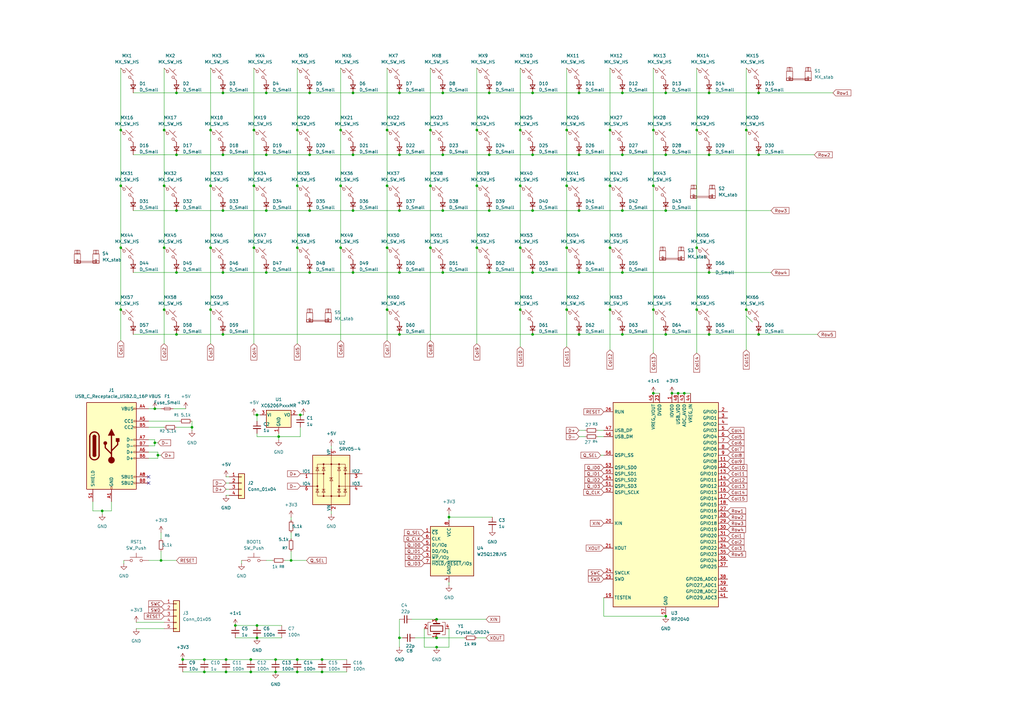
<source format=kicad_sch>
(kicad_sch (version 20250114) (generator "eeschema") (generator_version "9.0")
  (paper "A3")
  (junction (at 237.49 86.36))
  (junction (at 285.75 101.6))
  (junction (at 72.39 137.16))
  (junction (at 311.15 137.16))
  (junction (at 250.19 53.34))
  (junction (at 237.49 38.1))
  (junction (at 67.31 53.34))
  (junction (at 213.36 127))
  (junction (at 113.03 270.51))
  (junction (at 163.83 111.76))
  (junction (at 109.22 63.5))
  (junction (at 290.83 137.16))
  (junction (at 311.15 63.5))
  (junction (at 280.67 161.29))
  (junction (at 181.61 63.5))
  (junction (at 123.19 170.18))
  (junction (at 72.39 111.76))
  (junction (at 105.41 170.18))
  (junction (at 113.03 275.59))
  (junction (at 49.53 127))
  (junction (at 104.14 53.34))
  (junction (at 200.66 38.1))
  (junction (at 290.83 38.1))
  (junction (at 237.49 111.76))
  (junction (at 179.07 261.62))
  (junction (at 121.92 76.2))
  (junction (at 109.22 111.76))
  (junction (at 158.75 76.2))
  (junction (at 275.59 161.29))
  (junction (at 250.19 76.2))
  (junction (at 109.22 38.1))
  (junction (at 144.78 111.76))
  (junction (at 105.41 261.62))
  (junction (at 290.83 63.5))
  (junction (at 64.77 186.69))
  (junction (at 74.93 270.51))
  (junction (at 195.58 53.34))
  (junction (at 218.44 63.5))
  (junction (at 267.97 53.34))
  (junction (at 86.36 76.2))
  (junction (at 119.38 229.87))
  (junction (at 121.92 275.59))
  (junction (at 91.44 86.36))
  (junction (at 105.41 256.54))
  (junction (at 41.91 209.55))
  (junction (at 127 86.36))
  (junction (at 267.97 127))
  (junction (at 255.27 86.36))
  (junction (at 132.08 270.51))
  (junction (at 267.97 76.2))
  (junction (at 218.44 111.76))
  (junction (at 290.83 111.76))
  (junction (at 218.44 38.1))
  (junction (at 86.36 127))
  (junction (at 49.53 76.2))
  (junction (at 158.75 127))
  (junction (at 200.66 63.5))
  (junction (at 63.5 181.61))
  (junction (at 255.27 38.1))
  (junction (at 255.27 63.5))
  (junction (at 83.82 270.51))
  (junction (at 273.05 252.73))
  (junction (at 86.36 53.34))
  (junction (at 176.53 53.34))
  (junction (at 132.08 275.59))
  (junction (at 163.83 63.5))
  (junction (at 144.78 86.36))
  (junction (at 109.22 86.36))
  (junction (at 278.13 161.29))
  (junction (at 176.53 76.2))
  (junction (at 91.44 137.16))
  (junction (at 179.07 265.43))
  (junction (at 200.66 111.76))
  (junction (at 218.44 137.16))
  (junction (at 181.61 38.1))
  (junction (at 139.7 76.2))
  (junction (at 91.44 63.5))
  (junction (at 218.44 86.36))
  (junction (at 86.36 101.6))
  (junction (at 92.71 275.59))
  (junction (at 232.41 101.6))
  (junction (at 139.7 101.6))
  (junction (at 273.05 38.1))
  (junction (at 306.07 127))
  (junction (at 255.27 137.16))
  (junction (at 237.49 63.5))
  (junction (at 311.15 38.1))
  (junction (at 237.49 137.16))
  (junction (at 273.05 63.5))
  (junction (at 102.87 270.51))
  (junction (at 104.14 76.2))
  (junction (at 306.07 53.34))
  (junction (at 72.39 38.1))
  (junction (at 72.39 63.5))
  (junction (at 267.97 161.29))
  (junction (at 114.3 179.07))
  (junction (at 127 63.5))
  (junction (at 96.52 256.54))
  (junction (at 273.05 86.36))
  (junction (at 139.7 53.34))
  (junction (at 250.19 101.6))
  (junction (at 213.36 76.2))
  (junction (at 232.41 76.2))
  (junction (at 195.58 76.2))
  (junction (at 232.41 127))
  (junction (at 181.61 111.76))
  (junction (at 213.36 53.34))
  (junction (at 144.78 38.1))
  (junction (at 121.92 270.51))
  (junction (at 285.75 127))
  (junction (at 102.87 275.59))
  (junction (at 176.53 101.6))
  (junction (at 49.53 101.6))
  (junction (at 144.78 63.5))
  (junction (at 184.15 212.09))
  (junction (at 121.92 53.34))
  (junction (at 250.19 127))
  (junction (at 163.83 261.62))
  (junction (at 121.92 101.6))
  (junction (at 213.36 101.6))
  (junction (at 163.83 38.1))
  (junction (at 92.71 270.51))
  (junction (at 158.75 53.34))
  (junction (at 91.44 38.1))
  (junction (at 49.53 53.34))
  (junction (at 273.05 137.16))
  (junction (at 200.66 86.36))
  (junction (at 163.83 86.36))
  (junction (at 104.14 101.6))
  (junction (at 67.31 127))
  (junction (at 232.41 53.34))
  (junction (at 67.31 101.6))
  (junction (at 163.83 137.16))
  (junction (at 67.31 76.2))
  (junction (at 127 111.76))
  (junction (at 285.75 53.34))
  (junction (at 66.04 229.87))
  (junction (at 158.75 101.6))
  (junction (at 63.5 167.64))
  (junction (at 255.27 111.76))
  (junction (at 179.07 254))
  (junction (at 83.82 275.59))
  (junction (at 195.58 101.6))
  (junction (at 78.74 175.26))
  (junction (at 91.44 111.76))
  (junction (at 72.39 86.36))
  (junction (at 181.61 86.36))
  (junction (at 127 38.1))
  (no_connect (at 60.96 195.58))
  (no_connect (at 60.96 198.12))
  (bus_entry (at 306.07 129.54) (size 2.54 2.54))
  (wire (pts (xy 121.92 101.6) (xy 121.92 76.2)))
  (wire (pts (xy 250.19 53.34) (xy 250.19 27.94)))
  (wire (pts (xy 246.38 186.69) (xy 247.65 186.69)))
  (wire (pts (xy 113.03 270.51) (xy 121.92 270.51)))
  (wire (pts (xy 72.39 111.76) (xy 54.61 111.76)))
  (wire (pts (xy 66.04 218.44) (xy 66.04 220.98)))
  (wire (pts (xy 135.89 210.82) (xy 135.89 209.55)))
  (wire (pts (xy 105.41 261.62) (xy 115.57 261.62)))
  (wire (pts (xy 237.49 38.1) (xy 218.44 38.1)))
  (wire (pts (xy 96.52 256.54) (xy 105.41 256.54)))
  (wire (pts (xy 232.41 142.24) (xy 232.41 127)))
  (wire (pts (xy 64.77 185.42) (xy 60.96 185.42)))
  (wire (pts (xy 163.83 261.62) (xy 163.83 254)))
  (wire (pts (xy 200.66 111.76) (xy 181.61 111.76)))
  (wire (pts (xy 67.31 175.26) (xy 60.96 175.26)))
  (wire (pts (xy 49.53 101.6) (xy 49.53 76.2)))
  (wire (pts (xy 163.83 265.43) (xy 163.83 261.62)))
  (wire (pts (xy 179.07 265.43) (xy 173.99 265.43)))
  (wire (pts (xy 135.89 182.88) (xy 135.89 184.15)))
  (wire (pts (xy 86.36 127) (xy 86.36 101.6)))
  (wire (pts (xy 49.53 101.6) (xy 49.53 127)))
  (wire (pts (xy 105.41 177.8) (xy 105.41 179.07)))
  (wire (pts (xy 267.97 53.34) (xy 267.97 27.94)))
  (wire (pts (xy 184.15 240.03) (xy 184.15 238.76)))
  (wire (pts (xy 176.53 53.34) (xy 176.53 27.94)))
  (wire (pts (xy 255.27 63.5) (xy 237.49 63.5)))
  (wire (pts (xy 290.83 137.16) (xy 273.05 137.16)))
  (wire (pts (xy 102.87 275.59) (xy 113.03 275.59)))
  (wire (pts (xy 334.01 63.5) (xy 311.15 63.5)))
  (wire (pts (xy 158.75 127) (xy 158.75 101.6)))
  (wire (pts (xy 92.71 198.12) (xy 93.98 198.12)))
  (wire (pts (xy 109.22 63.5) (xy 91.44 63.5)))
  (wire (pts (xy 255.27 137.16) (xy 237.49 137.16)))
  (wire (pts (xy 139.7 76.2) (xy 139.7 53.34)))
  (wire (pts (xy 83.82 275.59) (xy 92.71 275.59)))
  (wire (pts (xy 72.39 86.36) (xy 54.61 86.36)))
  (wire (pts (xy 199.39 261.62) (xy 195.58 261.62)))
  (wire (pts (xy 184.15 265.43) (xy 179.07 265.43)))
  (wire (pts (xy 104.14 76.2) (xy 104.14 53.34)))
  (wire (pts (xy 290.83 111.76) (xy 255.27 111.76)))
  (wire (pts (xy 132.08 275.59) (xy 142.24 275.59)))
  (wire (pts (xy 72.39 38.1) (xy 54.61 38.1)))
  (wire (pts (xy 273.05 86.36) (xy 316.23 86.36)))
  (wire (pts (xy 91.44 111.76) (xy 72.39 111.76)))
  (wire (pts (xy 123.19 179.07) (xy 114.3 179.07)))
  (wire (pts (xy 290.83 63.5) (xy 273.05 63.5)))
  (wire (pts (xy 335.28 137.16) (xy 311.15 137.16)))
  (wire (pts (xy 267.97 76.2) (xy 267.97 53.34)))
  (wire (pts (xy 91.44 137.16) (xy 72.39 137.16)))
  (wire (pts (xy 86.36 140.97) (xy 86.36 127)))
  (wire (pts (xy 176.53 101.6) (xy 176.53 76.2)))
  (wire (pts (xy 78.74 172.72) (xy 78.74 175.26)))
  (wire (pts (xy 92.71 270.51) (xy 102.87 270.51)))
  (wire (pts (xy 179.07 261.62) (xy 170.18 261.62)))
  (wire (pts (xy 139.7 53.34) (xy 139.7 27.94)))
  (wire (pts (xy 306.07 27.94) (xy 306.07 53.34)))
  (wire (pts (xy 105.41 170.18) (xy 106.68 170.18)))
  (wire (pts (xy 92.71 200.66) (xy 93.98 200.66)))
  (wire (pts (xy 109.22 111.76) (xy 91.44 111.76)))
  (wire (pts (xy 237.49 176.53) (xy 240.03 176.53)))
  (wire (pts (xy 158.75 53.34) (xy 158.75 27.94)))
  (wire (pts (xy 158.75 139.7) (xy 158.75 127)))
  (wire (pts (xy 74.93 270.51) (xy 83.82 270.51)))
  (wire (pts (xy 232.41 76.2) (xy 232.41 53.34)))
  (wire (pts (xy 113.03 275.59) (xy 121.92 275.59)))
  (wire (pts (xy 144.78 63.5) (xy 127 63.5)))
  (wire (pts (xy 64.77 186.69) (xy 64.77 185.42)))
  (wire (pts (xy 105.41 256.54) (xy 115.57 256.54)))
  (wire (pts (xy 218.44 137.16) (xy 163.83 137.16)))
  (wire (pts (xy 121.92 140.97) (xy 121.92 101.6)))
  (wire (pts (xy 64.77 181.61) (xy 63.5 181.61)))
  (wire (pts (xy 200.66 86.36) (xy 181.61 86.36)))
  (wire (pts (xy 127 86.36) (xy 109.22 86.36)))
  (wire (pts (xy 163.83 86.36) (xy 144.78 86.36)))
  (wire (pts (xy 50.8 231.14) (xy 50.8 229.87)))
  (wire (pts (xy 273.05 137.16) (xy 255.27 137.16)))
  (wire (pts (xy 218.44 63.5) (xy 200.66 63.5)))
  (wire (pts (xy 290.83 38.1) (xy 273.05 38.1)))
  (wire (pts (xy 267.97 76.2) (xy 267.97 127)))
  (wire (pts (xy 184.15 212.09) (xy 201.93 212.09)))
  (wire (pts (xy 99.06 231.14) (xy 99.06 229.87)))
  (wire (pts (xy 119.38 212.09) (xy 119.38 213.36)))
  (wire (pts (xy 74.93 275.59) (xy 83.82 275.59)))
  (wire (pts (xy 237.49 179.07) (xy 240.03 179.07)))
  (wire (pts (xy 273.05 63.5) (xy 255.27 63.5)))
  (wire (pts (xy 250.19 127) (xy 250.19 101.6)))
  (wire (pts (xy 285.75 53.34) (xy 285.75 27.94)))
  (wire (pts (xy 176.53 139.7) (xy 176.53 101.6)))
  (wire (pts (xy 127 38.1) (xy 109.22 38.1)))
  (wire (pts (xy 91.44 63.5) (xy 72.39 63.5)))
  (wire (pts (xy 49.53 53.34) (xy 49.53 27.94)))
  (wire (pts (xy 255.27 38.1) (xy 237.49 38.1)))
  (wire (pts (xy 102.87 270.51) (xy 113.03 270.51)))
  (wire (pts (xy 163.83 137.16) (xy 91.44 137.16)))
  (wire (pts (xy 311.15 137.16) (xy 290.83 137.16)))
  (wire (pts (xy 67.31 101.6) (xy 67.31 76.2)))
  (wire (pts (xy 60.96 180.34) (xy 63.5 180.34)))
  (wire (pts (xy 41.91 209.55) (xy 45.72 209.55)))
  (wire (pts (xy 104.14 101.6) (xy 104.14 76.2)))
  (wire (pts (xy 267.97 144.78) (xy 267.97 127)))
  (wire (pts (xy 232.41 53.34) (xy 232.41 27.94)))
  (wire (pts (xy 139.7 101.6) (xy 139.7 76.2)))
  (wire (pts (xy 41.91 210.82) (xy 41.91 209.55)))
  (wire (pts (xy 67.31 76.2) (xy 67.31 53.34)))
  (wire (pts (xy 114.3 179.07) (xy 114.3 177.8)))
  (wire (pts (xy 72.39 137.16) (xy 54.61 137.16)))
  (wire (pts (xy 255.27 111.76) (xy 237.49 111.76)))
  (wire (pts (xy 72.39 63.5) (xy 54.61 63.5)))
  (wire (pts (xy 125.73 229.87) (xy 119.38 229.87)))
  (wire (pts (xy 72.39 229.87) (xy 66.04 229.87)))
  (wire (pts (xy 237.49 111.76) (xy 218.44 111.76)))
  (wire (pts (xy 38.1 205.74) (xy 38.1 209.55)))
  (wire (pts (xy 165.1 261.62) (xy 163.83 261.62)))
  (wire (pts (xy 158.75 76.2) (xy 158.75 53.34)))
  (wire (pts (xy 86.36 76.2) (xy 86.36 53.34)))
  (wire (pts (xy 218.44 38.1) (xy 200.66 38.1)))
  (wire (pts (xy 275.59 161.29) (xy 278.13 161.29)))
  (wire (pts (xy 78.74 176.53) (xy 78.74 175.26)))
  (wire (pts (xy 250.19 101.6) (xy 250.19 76.2)))
  (wire (pts (xy 306.07 127) (xy 306.07 129.54)))
  (wire (pts (xy 213.36 76.2) (xy 213.36 53.34)))
  (wire (pts (xy 144.78 38.1) (xy 127 38.1)))
  (wire (pts (xy 104.14 170.18) (xy 105.41 170.18)))
  (wire (pts (xy 72.39 175.26) (xy 78.74 175.26)))
  (wire (pts (xy 66.04 226.06) (xy 66.04 229.87)))
  (wire (pts (xy 49.53 127) (xy 49.53 139.7)))
  (wire (pts (xy 121.92 76.2) (xy 121.92 53.34)))
  (wire (pts (xy 67.31 140.97) (xy 67.31 127)))
  (wire (pts (xy 232.41 127) (xy 232.41 101.6)))
  (wire (pts (xy 195.58 53.34) (xy 195.58 27.94)))
  (wire (pts (xy 218.44 86.36) (xy 200.66 86.36)))
  (wire (pts (xy 76.2 167.64) (xy 71.12 167.64)))
  (wire (pts (xy 104.14 140.97) (xy 104.14 101.6)))
  (wire (pts (xy 123.19 170.18) (xy 121.92 170.18)))
  (wire (pts (xy 119.38 226.06) (xy 119.38 229.87)))
  (wire (pts (xy 64.77 187.96) (xy 64.77 186.69)))
  (wire (pts (xy 55.88 255.27) (xy 67.31 255.27)))
  (wire (pts (xy 60.96 167.64) (xy 63.5 167.64)))
  (wire (pts (xy 63.5 181.61) (xy 63.5 182.88)))
  (wire (pts (xy 181.61 38.1) (xy 163.83 38.1)))
  (wire (pts (xy 114.3 180.34) (xy 114.3 179.07)))
  (wire (pts (xy 195.58 101.6) (xy 195.58 76.2)))
  (wire (pts (xy 111.76 229.87) (xy 109.22 229.87)))
  (wire (pts (xy 127 111.76) (xy 109.22 111.76)))
  (wire (pts (xy 232.41 101.6) (xy 232.41 76.2)))
  (wire (pts (xy 83.82 270.51) (xy 92.71 270.51)))
  (wire (pts (xy 181.61 86.36) (xy 163.83 86.36)))
  (wire (pts (xy 86.36 53.34) (xy 86.36 27.94)))
  (wire (pts (xy 104.14 53.34) (xy 104.14 27.94)))
  (wire (pts (xy 163.83 38.1) (xy 144.78 38.1)))
  (wire (pts (xy 92.71 203.2) (xy 93.98 203.2)))
  (wire (pts (xy 119.38 218.44) (xy 119.38 220.98)))
  (wire (pts (xy 267.97 161.29) (xy 270.51 161.29)))
  (wire (pts (xy 213.36 127) (xy 213.36 101.6)))
  (wire (pts (xy 245.11 176.53) (xy 247.65 176.53)))
  (wire (pts (xy 237.49 86.36) (xy 218.44 86.36)))
  (wire (pts (xy 55.88 257.81) (xy 67.31 257.81)))
  (wire (pts (xy 132.08 270.51) (xy 142.24 270.51)))
  (wire (pts (xy 66.04 167.64) (xy 63.5 167.64)))
  (wire (pts (xy 218.44 137.16) (xy 237.49 137.16)))
  (wire (pts (xy 237.49 63.5) (xy 218.44 63.5)))
  (wire (pts (xy 306.07 129.54) (xy 306.07 143.51)))
  (wire (pts (xy 66.04 186.69) (xy 64.77 186.69)))
  (wire (pts (xy 200.66 38.1) (xy 181.61 38.1)))
  (wire (pts (xy 66.04 229.87) (xy 60.96 229.87)))
  (wire (pts (xy 179.07 254) (xy 168.91 254)))
  (wire (pts (xy 255.27 86.36) (xy 237.49 86.36)))
  (wire (pts (xy 158.75 101.6) (xy 158.75 76.2)))
  (wire (pts (xy 73.66 172.72) (xy 60.96 172.72)))
  (wire (pts (xy 273.05 38.1) (xy 255.27 38.1)))
  (wire (pts (xy 119.38 229.87) (xy 116.84 229.87)))
  (wire (pts (xy 250.19 143.51) (xy 250.19 127)))
  (wire (pts (xy 213.36 142.24) (xy 213.36 127)))
  (wire (pts (xy 60.96 182.88) (xy 63.5 182.88)))
  (wire (pts (xy 86.36 101.6) (xy 86.36 76.2)))
  (wire (pts (xy 181.61 63.5) (xy 163.83 63.5)))
  (wire (pts (xy 67.31 127) (xy 67.31 101.6)))
  (wire (pts (xy 144.78 111.76) (xy 127 111.76)))
  (wire (pts (xy 213.36 53.34) (xy 213.36 27.94)))
  (wire (pts (xy 49.53 76.2) (xy 49.53 53.34)))
  (wire (pts (xy 67.31 53.34) (xy 67.31 27.94)))
  (wire (pts (xy 45.72 209.55) (xy 45.72 205.74)))
  (wire (pts (xy 280.67 161.29) (xy 283.21 161.29)))
  (wire (pts (xy 123.19 175.26) (xy 123.19 179.07)))
  (wire (pts (xy 91.44 86.36) (xy 72.39 86.36)))
  (wire (pts (xy 247.65 245.11) (xy 247.65 252.73)))
  (wire (pts (xy 285.75 101.6) (xy 285.75 127)))
  (wire (pts (xy 60.96 187.96) (xy 64.77 187.96)))
  (wire (pts (xy 184.15 257.81) (xy 184.15 265.43)))
  (wire (pts (xy 278.13 161.29) (xy 280.67 161.29)))
  (wire (pts (xy 91.44 38.1) (xy 72.39 38.1)))
  (wire (pts (xy 273.05 86.36) (xy 255.27 86.36)))
  (wire (pts (xy 92.71 195.58) (xy 93.98 195.58)))
  (wire (pts (xy 311.15 63.5) (xy 290.83 63.5)))
  (wire (pts (xy 200.66 63.5) (xy 181.61 63.5)))
  (wire (pts (xy 285.75 53.34) (xy 285.75 101.6)))
  (wire (pts (xy 190.5 261.62) (xy 179.07 261.62)))
  (wire (pts (xy 213.36 101.6) (xy 213.36 76.2)))
  (wire (pts (xy 139.7 139.7) (xy 139.7 101.6)))
  (wire (pts (xy 195.58 76.2) (xy 195.58 53.34)))
  (wire (pts (xy 105.41 172.72) (xy 105.41 170.18)))
  (wire (pts (xy 250.19 76.2) (xy 250.19 53.34)))
  (wire (pts (xy 247.65 252.73) (xy 273.05 252.73)))
  (wire (pts (xy 63.5 180.34) (xy 63.5 181.61)))
  (wire (pts (xy 105.41 179.07) (xy 114.3 179.07)))
  (wire (pts (xy 124.46 170.18) (xy 123.19 170.18)))
  (wire (pts (xy 184.15 212.09) (xy 184.15 213.36)))
  (wire (pts (xy 96.52 261.62) (xy 105.41 261.62)))
  (wire (pts (xy 316.23 111.76) (xy 290.83 111.76)))
  (wire (pts (xy 195.58 140.97) (xy 195.58 101.6)))
  (wire (pts (xy 163.83 63.5) (xy 144.78 63.5)))
  (wire (pts (xy 163.83 111.76) (xy 144.78 111.76)))
  (wire (pts (xy 38.1 209.55) (xy 41.91 209.55)))
  (wire (pts (xy 109.22 86.36) (xy 91.44 86.36)))
  (wire (pts (xy 218.44 111.76) (xy 200.66 111.76)))
  (wire (pts (xy 121.92 53.34) (xy 121.92 27.94)))
  (wire (pts (xy 176.53 76.2) (xy 176.53 53.34)))
  (wire (pts (xy 285.75 144.78) (xy 285.75 127)))
  (wire (pts (xy 245.11 179.07) (xy 247.65 179.07)))
  (wire (pts (xy 127 63.5) (xy 109.22 63.5)))
  (wire (pts (xy 184.15 210.82) (xy 184.15 212.09)))
  (wire (pts (xy 311.15 38.1) (xy 290.83 38.1)))
  (wire (pts (xy 199.39 254) (xy 179.07 254)))
  (wire (pts (xy 109.22 38.1) (xy 91.44 38.1)))
  (wire (pts (xy 311.15 38.1) (xy 341.63 38.1)))
  (wire (pts (xy 121.92 275.59) (xy 132.08 275.59)))
  (wire (pts (xy 173.99 265.43) (xy 173.99 257.81)))
  (wire (pts (xy 181.61 111.76) (xy 163.83 111.76)))
  (wire (pts (xy 92.71 275.59) (xy 102.87 275.59)))
  (wire (pts (xy 121.92 270.51) (xy 132.08 270.51)))
  (wire (pts (xy 144.78 86.36) (xy 127 86.36)))
  (wire (pts (xy 306.07 53.34) (xy 306.07 127)))
  (global_label "SWC" (shape input) (at 67.31 247.65 180) (property "Intersheetrefs" "${INTERSHEET_REFS}" (effects (hide yes))))
  (global_label "XIN" (shape input) (at 247.65 214.63 180) (property "Intersheetrefs" "${INTERSHEET_REFS}" (effects (hide yes))))
  (global_label "XIN" (shape input) (at 199.39 254 0) (property "Intersheetrefs" "${INTERSHEET_REFS}" (effects (hide yes))))
  (global_label "Col8" (shape input) (at 176.53 139.7 270) (property "Intersheetrefs" "${INTERSHEET_REFS}" (effects (hide yes))))
  (global_label "D-" (shape input) (at 64.77 181.61 0) (property "Intersheetrefs" "${INTERSHEET_REFS}" (effects (hide yes))))
  (global_label "Col3" (shape input) (at 298.45 224.79 0) (property "Intersheetrefs" "${INTERSHEET_REFS}" (effects (hide yes))))
  (global_label "Row4" (shape input) (at 316.23 111.76 0) (property "Intersheetrefs" "${INTERSHEET_REFS}" (effects (hide yes))))
  (global_label "Q_ID1" (shape input) (at 247.65 194.31 180) (property "Intersheetrefs" "${INTERSHEET_REFS}" (effects (hide yes))))
  (global_label "Q_CLK" (shape input) (at 173.99 220.98 180) (property "Intersheetrefs" "${INTERSHEET_REFS}" (effects (hide yes))))
  (global_label "Col12" (shape input) (at 298.45 196.85 0) (property "Intersheetrefs" "${INTERSHEET_REFS}" (effects (hide yes))))
  (global_label "Col15" (shape input) (at 298.45 204.47 0) (property "Intersheetrefs" "${INTERSHEET_REFS}" (effects (hide yes))))
  (global_label "Col10" (shape input) (at 213.36 142.24 270) (property "Intersheetrefs" "${INTERSHEET_REFS}" (effects (hide yes))))
  (global_label "Col14" (shape input) (at 298.45 201.93 0) (property "Intersheetrefs" "${INTERSHEET_REFS}" (effects (hide yes))))
  (global_label "Q_ID1" (shape input) (at 173.99 226.06 180) (property "Intersheetrefs" "${INTERSHEET_REFS}" (effects (hide yes))))
  (global_label "Col10" (shape input) (at 298.45 191.77 0) (property "Intersheetrefs" "${INTERSHEET_REFS}" (effects (hide yes))))
  (global_label "Col5" (shape input) (at 121.92 140.97 270) (property "Intersheetrefs" "${INTERSHEET_REFS}" (effects (hide yes))))
  (global_label "Row1" (shape input) (at 341.63 38.1 0) (property "Intersheetrefs" "${INTERSHEET_REFS}" (effects (hide yes))))
  (global_label "Q_SEL" (shape input) (at 125.73 229.87 0) (property "Intersheetrefs" "${INTERSHEET_REFS}" (effects (hide yes))))
  (global_label "Row2" (shape input) (at 298.45 212.09 0) (property "Intersheetrefs" "${INTERSHEET_REFS}" (effects (hide yes))))
  (global_label "Col7" (shape input) (at 158.75 139.7 270) (property "Intersheetrefs" "${INTERSHEET_REFS}" (effects (hide yes))))
  (global_label "D+" (shape input) (at 66.04 186.69 0) (property "Intersheetrefs" "${INTERSHEET_REFS}" (effects (hide yes))))
  (global_label "Col11" (shape input) (at 232.41 142.24 270) (property "Intersheetrefs" "${INTERSHEET_REFS}" (effects (hide yes))))
  (global_label "Q_ID2" (shape input) (at 247.65 196.85 180) (property "Intersheetrefs" "${INTERSHEET_REFS}" (effects (hide yes))))
  (global_label "Col1" (shape input) (at 298.45 219.71 0) (property "Intersheetrefs" "${INTERSHEET_REFS}" (effects (hide yes))))
  (global_label "D-" (shape input) (at 123.19 199.39 180) (property "Intersheetrefs" "${INTERSHEET_REFS}" (effects (hide yes))))
  (global_label "Col9" (shape input) (at 298.45 189.23 0) (property "Intersheetrefs" "${INTERSHEET_REFS}" (effects (hide yes))))
  (global_label "Row5" (shape input) (at 335.28 137.16 0) (property "Intersheetrefs" "${INTERSHEET_REFS}" (effects (hide yes))))
  (global_label "SWD" (shape input) (at 247.65 237.49 180) (property "Intersheetrefs" "${INTERSHEET_REFS}" (effects (hide yes))))
  (global_label "SWD" (shape input) (at 67.31 250.19 180) (property "Intersheetrefs" "${INTERSHEET_REFS}" (effects (hide yes))))
  (global_label "Col15" (shape input) (at 306.07 143.51 270) (property "Intersheetrefs" "${INTERSHEET_REFS}" (effects (hide yes))))
  (global_label "Q_ID3" (shape input) (at 247.65 199.39 180) (property "Intersheetrefs" "${INTERSHEET_REFS}" (effects (hide yes))))
  (global_label "Row3" (shape input) (at 298.45 214.63 0) (property "Intersheetrefs" "${INTERSHEET_REFS}" (effects (hide yes))))
  (global_label "Q_ID0" (shape input) (at 173.99 223.52 180) (property "Intersheetrefs" "${INTERSHEET_REFS}" (effects (hide yes))))
  (global_label "Col1" (shape input) (at 49.53 139.7 270) (property "Intersheetrefs" "${INTERSHEET_REFS}" (effects (hide yes))))
  (global_label "Col12" (shape input) (at 250.19 143.51 270) (property "Intersheetrefs" "${INTERSHEET_REFS}" (effects (hide yes))))
  (global_label "Q_ID3" (shape input) (at 173.99 231.14 180) (property "Intersheetrefs" "${INTERSHEET_REFS}" (effects (hide yes))))
  (global_label "RESET" (shape input) (at 72.39 229.87 0) (property "Intersheetrefs" "${INTERSHEET_REFS}" (effects (hide yes))))
  (global_label "Col6" (shape input) (at 139.7 139.7 270) (property "Intersheetrefs" "${INTERSHEET_REFS}" (effects (hide yes))))
  (global_label "RESET" (shape input) (at 67.31 252.73 180) (property "Intersheetrefs" "${INTERSHEET_REFS}" (effects (hide yes))))
  (global_label "D+" (shape input) (at 237.49 176.53 180) (property "Intersheetrefs" "${INTERSHEET_REFS}" (effects (hide yes))))
  (global_label "Row4" (shape input) (at 298.45 217.17 0) (property "Intersheetrefs" "${INTERSHEET_REFS}" (effects (hide yes))))
  (global_label "Col4" (shape input) (at 298.45 176.53 0) (property "Intersheetrefs" "${INTERSHEET_REFS}" (effects (hide yes))))
  (global_label "Col11" (shape input) (at 298.45 194.31 0) (property "Intersheetrefs" "${INTERSHEET_REFS}" (effects (hide yes))))
  (global_label "Col13" (shape input) (at 267.97 144.78 270) (property "Intersheetrefs" "${INTERSHEET_REFS}" (effects (hide yes))))
  (global_label "Row1" (shape input) (at 298.45 209.55 0) (property "Intersheetrefs" "${INTERSHEET_REFS}" (effects (hide yes))))
  (global_label "Col13" (shape input) (at 298.45 199.39 0) (property "Intersheetrefs" "${INTERSHEET_REFS}" (effects (hide yes))))
  (global_label "Row2" (shape input) (at 334.01 63.5 0) (property "Intersheetrefs" "${INTERSHEET_REFS}" (effects (hide yes))))
  (global_label "Col2" (shape input) (at 67.31 140.97 270) (property "Intersheetrefs" "${INTERSHEET_REFS}" (effects (hide yes))))
  (global_label "Col14" (shape input) (at 285.75 144.78 270) (property "Intersheetrefs" "${INTERSHEET_REFS}" (effects (hide yes))))
  (global_label "RESET" (shape input) (at 247.65 168.91 180) (property "Intersheetrefs" "${INTERSHEET_REFS}" (effects (hide yes))))
  (global_label "Q_ID0" (shape input) (at 247.65 191.77 180) (property "Intersheetrefs" "${INTERSHEET_REFS}" (effects (hide yes))))
  (global_label "XOUT" (shape input) (at 247.65 224.79 180) (property "Intersheetrefs" "${INTERSHEET_REFS}" (effects (hide yes))))
  (global_label "Q_SEL" (shape input) (at 173.99 218.44 180) (property "Intersheetrefs" "${INTERSHEET_REFS}" (effects (hide yes))))
  (global_label "D+" (shape input) (at 123.19 194.31 180) (property "Intersheetrefs" "${INTERSHEET_REFS}" (effects (hide yes))))
  (global_label "Q_SEL" (shape input) (at 246.38 186.69 180) (property "Intersheetrefs" "${INTERSHEET_REFS}" (effects (hide yes))))
  (global_label "D-" (shape input) (at 237.49 179.07 180) (property "Intersheetrefs" "${INTERSHEET_REFS}" (effects (hide yes))))
  (global_label "Col2" (shape input) (at 298.45 222.25 0) (property "Intersheetrefs" "${INTERSHEET_REFS}" (effects (hide yes))))
  (global_label "Col6" (shape input) (at 298.45 181.61 0) (property "Intersheetrefs" "${INTERSHEET_REFS}" (effects (hide yes))))
  (global_label "Col9" (shape input) (at 195.58 140.97 270) (property "Intersheetrefs" "${INTERSHEET_REFS}" (effects (hide yes))))
  (global_label "Col3" (shape input) (at 86.36 140.97 270) (property "Intersheetrefs" "${INTERSHEET_REFS}" (effects (hide yes))))
  (global_label "Col5" (shape input) (at 298.45 179.07 0) (property "Intersheetrefs" "${INTERSHEET_REFS}" (effects (hide yes))))
  (global_label "D+" (shape input) (at 92.71 200.66 180) (property "Intersheetrefs" "${INTERSHEET_REFS}" (effects (hide yes))))
  (global_label "Row5" (shape input) (at 298.45 227.33 0) (property "Intersheetrefs" "${INTERSHEET_REFS}" (effects (hide yes))))
  (global_label "D-" (shape input) (at 92.71 198.12 180) (property "Intersheetrefs" "${INTERSHEET_REFS}" (effects (hide yes))))
  (global_label "Col4" (shape input) (at 104.14 140.97 270) (property "Intersheetrefs" "${INTERSHEET_REFS}" (effects (hide yes))))
  (global_label "Q_CLK" (shape input) (at 247.65 201.93 180) (property "Intersheetrefs" "${INTERSHEET_REFS}" (effects (hide yes))))
  (global_label "Q_ID2" (shape input) (at 173.99 228.6 180) (property "Intersheetrefs" "${INTERSHEET_REFS}" (effects (hide yes))))
  (global_label "Col7" (shape input) (at 298.45 184.15 0) (property "Intersheetrefs" "${INTERSHEET_REFS}" (effects (hide yes))))
  (global_label "XOUT" (shape input) (at 199.39 261.62 0) (property "Intersheetrefs" "${INTERSHEET_REFS}" (effects (hide yes))))
  (global_label "Row3" (shape input) (at 316.23 86.36 0) (property "Intersheetrefs" "${INTERSHEET_REFS}" (effects (hide yes))))
  (global_label "Col8" (shape input) (at 298.45 186.69 0) (property "Intersheetrefs" "${INTERSHEET_REFS}" (effects (hide yes))))
  (global_label "SWC" (shape input) (at 247.65 234.95 180) (property "Intersheetrefs" "${INTERSHEET_REFS}" (effects (hide yes))))
  (symbol (lib_id "Device:C_Small") (at 115.57 259.08 0) (unit 1)
    (property "Reference" "C7" (at 118.11 257.8162 0) (effects (justify left)))
    (property "Value" "100n" (at 118.11 260.35 0) (effects (justify left)))
    (property "Footprint" "Capacitor_SMD:C_0402_1005Metric" (effects (hide yes)))
    (property "Description" "Unpolarized capacitor, small symbol" (effects (hide yes)))
  )
  (symbol (lib_id "Device:D_Small") (at 54.61 83.82 90) (unit 1)
    (property "Reference" "D31" (at 57.15 82.5499 90) (effects (justify right)))
    (property "Value" "D_Small" (at 57.15 85.0899 90) (effects (justify right)))
    (property "Footprint" "Diode_SMD:D_SOD-123" (effects (hide yes)))
    (property "Description" "Diode, small symbol" (effects (hide yes)))
    (property "Sim.Device" "D" (effects (hide yes)))
    (property "Sim.Pins" "1=K 2=A" (effects (hide yes)))
  )
  (symbol (lib_id "PCM_marbastlib-mx:MX_SW_HS_CPG151101S11") (at 252.73 104.14 0) (unit 1)
    (property "Reference" "MX55" (at 252.73 96.52 0))
    (property "Value" "MX_SW_HS" (at 252.73 99.06 0))
    (property "Footprint" "PCM_marbastlib-mx:SW_MX_HS_CPG151101S11_1u" (effects (hide yes)))
    (property "Description" "Push button switch, normally open, two pins, 45° tilted, Kailh CPG151101S11 for Cherry MX style switches" (effects (hide yes)))
  )
  (symbol (lib_id "Device:C_Small") (at 113.03 273.05 0) (unit 1)
    (property "Reference" "C13" (at 115.57 271.7862 0) (effects (justify left)))
    (property "Value" "100n" (at 115.57 274.32 0) (effects (justify left)))
    (property "Footprint" "Capacitor_SMD:C_0402_1005Metric" (effects (hide yes)))
    (property "Description" "Unpolarized capacitor, small symbol" (effects (hide yes)))
  )
  (symbol (lib_id "Switch:SW_Push") (at 55.88 229.87 0) (unit 1)
    (property "Reference" "RST1" (at 55.88 222.25 0))
    (property "Value" "SW_Push" (at 55.88 224.79 0))
    (property "Footprint" "Button_Switch_SMD:SW_SPST_TL3342" (effects (hide yes)))
    (property "Description" "Push button switch, generic, two pins" (effects (hide yes)))
  )
  (symbol (lib_id "power:+3V3") (at 267.97 161.29 0) (unit 1)
    (property "Reference" "#PWR01" (effects (hide yes)))
    (property "Value" "+1v1" (at 267.97 156.21 0))
    (property "Description" "Power symbol creates a global label with name \"+3V3\"" (effects (hide yes)))
  )
  (symbol (lib_id "PCM_marbastlib-mx:MX_SW_HS_CPG151101S11") (at 88.9 78.74 0) (unit 1)
    (property "Reference" "MX33" (at 88.9 71.12 0))
    (property "Value" "MX_SW_HS" (at 88.9 73.66 0))
    (property "Footprint" "PCM_marbastlib-mx:SW_MX_HS_CPG151101S11_1u" (effects (hide yes)))
    (property "Description" "Push button switch, normally open, two pins, 45° tilted, Kailh CPG151101S11 for Cherry MX style switches" (effects (hide yes)))
  )
  (symbol (lib_id "power:GND") (at 273.05 252.73 0) (unit 1)
    (property "Reference" "#PWR021" (effects (hide yes)))
    (property "Value" "GND" (at 273.05 257.81 0))
    (property "Description" "Power symbol creates a global label with name \"GND\" , ground" (effects (hide yes)))
  )
  (symbol (lib_id "power:GND") (at 135.89 210.82 0) (unit 1)
    (property "Reference" "#PWR013" (effects (hide yes)))
    (property "Value" "GND" (at 135.89 215.9 0))
    (property "Description" "Power symbol creates a global label with name \"GND\" , ground" (effects (hide yes)))
  )
  (symbol (lib_id "PCM_marbastlib-mx:MX_SW_HS_CPG151101S11") (at 52.07 55.88 0) (unit 1)
    (property "Reference" "MX16" (at 52.07 48.26 0))
    (property "Value" "MX_SW_HS" (at 52.07 50.8 0))
    (property "Footprint" "PCM_marbastlib-mx:SW_MX_HS_CPG151101S11_1.5u" (effects (hide yes)))
    (property "Description" "Push button switch, normally open, two pins, 45° tilted, Kailh CPG151101S11 for Cherry MX style switches" (effects (hide yes)))
  )
  (symbol (lib_id "PCM_marbastlib-mx:MX_SW_HS_CPG151101S11") (at 161.29 104.14 0) (unit 1)
    (property "Reference" "MX50" (at 161.29 96.52 0))
    (property "Value" "MX_SW_HS" (at 161.29 99.06 0))
    (property "Footprint" "PCM_marbastlib-mx:SW_MX_HS_CPG151101S11_1u" (effects (hide yes)))
    (property "Description" "Push button switch, normally open, two pins, 45° tilted, Kailh CPG151101S11 for Cherry MX style switches" (effects (hide yes)))
  )
  (symbol (lib_id "power:+3V3") (at 275.59 161.29 0) (unit 1)
    (property "Reference" "#PWR02" (effects (hide yes)))
    (property "Value" "+3V3" (at 275.59 156.21 0))
    (property "Description" "Power symbol creates a global label with name \"+3V3\"" (effects (hide yes)))
  )
  (symbol (lib_id "Device:D_Small") (at 181.61 109.22 90) (unit 1)
    (property "Reference" "D51" (at 184.15 107.9499 90) (effects (justify right)))
    (property "Value" "D_Small" (at 184.15 110.4899 90) (effects (justify right)))
    (property "Footprint" "Diode_SMD:D_SOD-123" (effects (hide yes)))
    (property "Description" "Diode, small symbol" (effects (hide yes)))
    (property "Sim.Device" "D" (effects (hide yes)))
    (property "Sim.Pins" "1=K 2=A" (effects (hide yes)))
  )
  (symbol (lib_id "PCM_marbastlib-mx:MX_SW_HS_CPG151101S11") (at 69.85 55.88 0) (unit 1)
    (property "Reference" "MX17" (at 69.85 48.26 0))
    (property "Value" "MX_SW_HS" (at 69.85 50.8 0))
    (property "Footprint" "PCM_marbastlib-mx:SW_MX_HS_CPG151101S11_1u" (effects (hide yes)))
    (property "Description" "Push button switch, normally open, two pins, 45° tilted, Kailh CPG151101S11 for Cherry MX style switches" (effects (hide yes)))
  )
  (symbol (lib_id "PCM_marbastlib-various:SRV05-4") (at 135.89 196.85 0) (unit 1)
    (property "Reference" "U2" (at 139.0081 181.61 0) (effects (justify left)))
    (property "Value" "SRV05-4" (at 139.0081 184.15 0) (effects (justify left)))
    (property "Footprint" "PCM_marbastlib-various:SOT-23-6-routable" (effects (hide yes)))
    (property "Datasheet" "http://www.onsemi.com/pub/Collateral/SRV05-4-D.PDF" (effects (hide yes)))
    (property "Description" "ESD Protection Diodes with Low Clamping Voltage, SOT-23-6" (effects (hide yes)))
  )
  (symbol (lib_id "Device:D_Small") (at 237.49 60.96 90) (unit 1)
    (property "Reference" "D26" (at 240.03 59.6899 90) (effects (justify right)))
    (property "Value" "D_Small" (at 240.03 62.2299 90) (effects (justify right)))
    (property "Footprint" "Diode_SMD:D_SOD-123" (effects (hide yes)))
    (property "Description" "Diode, small symbol" (effects (hide yes)))
    (property "Sim.Device" "D" (effects (hide yes)))
    (property "Sim.Pins" "1=K 2=A" (effects (hide yes)))
  )
  (symbol (lib_id "Device:R_Small") (at 242.57 176.53 90) (unit 1)
    (property "Reference" "R3" (at 244.094 173.99 90) (effects (font (size 1.016 1.016))))
    (property "Value" "27" (at 241.3 174.244 90))
    (property "Footprint" "Resistor_SMD:R_0402_1005Metric" (effects (hide yes)))
    (property "Description" "Resistor, small symbol" (effects (hide yes)))
  )
  (symbol (lib_id "Device:D_Small") (at 218.44 60.96 90) (unit 1)
    (property "Reference" "D25" (at 220.98 59.6899 90) (effects (justify right)))
    (property "Value" "D_Small" (at 220.98 62.2299 90) (effects (justify right)))
    (property "Footprint" "Diode_SMD:D_SOD-123" (effects (hide yes)))
    (property "Description" "Diode, small symbol" (effects (hide yes)))
    (property "Sim.Device" "D" (effects (hide yes)))
    (property "Sim.Pins" "1=K 2=A" (effects (hide yes)))
  )
  (symbol (lib_id "power:GND") (at 55.88 257.81 0) (unit 1)
    (property "Reference" "#PWR024" (effects (hide yes)))
    (property "Value" "GND" (at 55.88 262.89 0))
    (property "Description" "Power symbol creates a global label with name \"GND\" , ground" (effects (hide yes)))
  )
  (symbol (lib_id "PCM_marbastlib-mx:MX_SW_HS_CPG151101S11") (at 106.68 55.88 0) (unit 1)
    (property "Reference" "MX19" (at 106.68 48.26 0))
    (property "Value" "MX_SW_HS" (at 106.68 50.8 0))
    (property "Footprint" "PCM_marbastlib-mx:SW_MX_HS_CPG151101S11_1u" (effects (hide yes)))
    (property "Description" "Push button switch, normally open, two pins, 45° tilted, Kailh CPG151101S11 for Cherry MX style switches" (effects (hide yes)))
  )
  (symbol (lib_id "Connector_Generic:Conn_01x04") (at 99.06 198.12 0) (unit 1)
    (property "Reference" "J2" (at 101.6 198.1199 0) (effects (justify left)))
    (property "Value" "Conn_01x04" (at 101.6 200.6599 0) (effects (justify left)))
    (property "Footprint" "Connector_JST:JST_SH_SM04B-SRSS-TB_1x04-1MP_P1.00mm_Horizontal" (effects (hide yes)))
    (property "Description" "Generic connector, single row, 01x04, script generated (kicad-library-utils/schlib/autogen/connector/)" (effects (hide yes)))
  )
  (symbol (lib_id "Device:D_Small") (at 290.83 109.22 90) (unit 1)
    (property "Reference" "D56" (at 293.37 107.9499 90) (effects (justify right)))
    (property "Value" "D_Small" (at 293.37 111.7599 90) (effects (justify right)))
    (property "Footprint" "Diode_SMD:D_SOD-123" (effects (hide yes)))
    (property "Description" "Diode, small symbol" (effects (hide yes)))
    (property "Sim.Device" "D" (effects (hide yes)))
    (property "Sim.Pins" "1=K 2=A" (effects (hide yes)))
  )
  (symbol (lib_id "PCM_marbastlib-mx:MX_SW_HS_CPG151101S11") (at 215.9 30.48 0) (unit 1)
    (property "Reference" "MX10" (at 215.9 22.86 0))
    (property "Value" "MX_SW_HS" (at 215.9 25.4 0))
    (property "Footprint" "PCM_marbastlib-mx:SW_MX_HS_CPG151101S11_1u" (effects (hide yes)))
    (property "Description" "Push button switch, normally open, two pins, 45° tilted, Kailh CPG151101S11 for Cherry MX style switches" (effects (hide yes)))
  )
  (symbol (lib_id "power:GND") (at 41.91 210.82 0) (unit 1)
    (property "Reference" "#PWR012" (effects (hide yes)))
    (property "Value" "GND" (at 41.91 215.9 0))
    (property "Description" "Power symbol creates a global label with name \"GND\" , ground" (effects (hide yes)))
  )
  (symbol (lib_id "Device:D_Small") (at 91.44 83.82 90) (unit 1)
    (property "Reference" "D33" (at 93.98 82.5499 90) (effects (justify right)))
    (property "Value" "D_Small" (at 93.98 85.0899 90) (effects (justify right)))
    (property "Footprint" "Diode_SMD:D_SOD-123" (effects (hide yes)))
    (property "Description" "Diode, small symbol" (effects (hide yes)))
    (property "Sim.Device" "D" (effects (hide yes)))
    (property "Sim.Pins" "1=K 2=A" (effects (hide yes)))
  )
  (symbol (lib_id "PCM_marbastlib-mx:MX_SW_HS_CPG151101S11") (at 69.85 30.48 0) (unit 1)
    (property "Reference" "MX2" (at 69.85 22.86 0))
    (property "Value" "MX_SW_HS" (at 69.85 25.4 0))
    (property "Footprint" "PCM_marbastlib-mx:SW_MX_HS_CPG151101S11_1u" (effects (hide yes)))
    (property "Description" "Push button switch, normally open, two pins, 45° tilted, Kailh CPG151101S11 for Cherry MX style switches" (effects (hide yes)))
  )
  (symbol (lib_id "Device:R_Small") (at 119.38 215.9 0) (unit 1)
    (property "Reference" "R5" (at 121.92 219.456 0) (effects (font (size 1.016 1.016))))
    (property "Value" "5.1k" (at 121.92 215.9 0))
    (property "Footprint" "Resistor_SMD:R_0402_1005Metric" (effects (hide yes)))
    (property "Description" "Resistor, small symbol" (effects (hide yes)))
  )
  (symbol (lib_id "power:GND") (at 179.07 265.43 0) (unit 1)
    (property "Reference" "#PWR027" (effects (hide yes)))
    (property "Value" "GND" (at 179.07 270.51 0))
    (property "Description" "Power symbol creates a global label with name \"GND\" , ground" (effects (hide yes)))
  )
  (symbol (lib_id "Device:D_Small") (at 218.44 109.22 90) (unit 1)
    (property "Reference" "D53" (at 220.98 107.9499 90) (effects (justify right)))
    (property "Value" "D_Small" (at 220.98 110.4899 90) (effects (justify right)))
    (property "Footprint" "Diode_SMD:D_SOD-123" (effects (hide yes)))
    (property "Description" "Diode, small symbol" (effects (hide yes)))
    (property "Sim.Device" "D" (effects (hide yes)))
    (property "Sim.Pins" "1=K 2=A" (effects (hide yes)))
  )
  (symbol (lib_id "PCM_marbastlib-mx:MX_SW_HS_CPG151101S11") (at 124.46 30.48 0) (unit 1)
    (property "Reference" "MX5" (at 124.46 22.86 0))
    (property "Value" "MX_SW_HS" (at 124.46 25.4 0))
    (property "Footprint" "PCM_marbastlib-mx:SW_MX_HS_CPG151101S11_1u" (effects (hide yes)))
    (property "Description" "Push button switch, normally open, two pins, 45° tilted, Kailh CPG151101S11 for Cherry MX style switches" (effects (hide yes)))
  )
  (symbol (lib_id "Device:D_Small") (at 200.66 35.56 90) (unit 1)
    (property "Reference" "D9" (at 203.2 34.2899 90) (effects (justify right)))
    (property "Value" "D_Small" (at 203.2 36.8299 90) (effects (justify right)))
    (property "Footprint" "Diode_SMD:D_SOD-123" (effects (hide yes)))
    (property "Description" "Diode, small symbol" (effects (hide yes)))
    (property "Sim.Device" "D" (effects (hide yes)))
    (property "Sim.Pins" "1=K 2=A" (effects (hide yes)))
  )
  (symbol (lib_id "PCM_marbastlib-mx:MX_SW_HS_CPG151101S11") (at 161.29 30.48 0) (unit 1)
    (property "Reference" "MX7" (at 161.29 22.86 0))
    (property "Value" "MX_SW_HS" (at 161.29 25.4 0))
    (property "Footprint" "PCM_marbastlib-mx:SW_MX_HS_CPG151101S11_1u" (effects (hide yes)))
    (property "Description" "Push button switch, normally open, two pins, 45° tilted, Kailh CPG151101S11 for Cherry MX style switches" (effects (hide yes)))
  )
  (symbol (lib_id "PCM_marbastlib-mx:MX_SW_HS_CPG151101S11") (at 252.73 78.74 0) (unit 1)
    (property "Reference" "MX42" (at 252.73 71.12 0))
    (property "Value" "MX_SW_HS" (at 252.73 73.66 0))
    (property "Footprint" "PCM_marbastlib-mx:SW_MX_HS_CPG151101S11_1u" (effects (hide yes)))
    (property "Description" "Push button switch, normally open, two pins, 45° tilted, Kailh CPG151101S11 for Cherry MX style switches" (effects (hide yes)))
  )
  (symbol (lib_id "Device:D_Small") (at 54.61 134.62 90) (unit 1)
    (property "Reference" "D57" (at 57.15 133.3499 90) (effects (justify right)))
    (property "Value" "D_Small" (at 57.15 135.8899 90) (effects (justify right)))
    (property "Footprint" "Diode_SMD:D_SOD-123" (effects (hide yes)))
    (property "Description" "Diode, small symbol" (effects (hide yes)))
    (property "Sim.Device" "D" (effects (hide yes)))
    (property "Sim.Pins" "1=K 2=A" (effects (hide yes)))
  )
  (symbol (lib_id "PCM_marbastlib-mx:MX_SW_HS_CPG151101S11") (at 252.73 55.88 0) (unit 1)
    (property "Reference" "MX27" (at 252.73 48.26 0))
    (property "Value" "MX_SW_HS" (at 252.73 50.8 0))
    (property "Footprint" "PCM_marbastlib-mx:SW_MX_HS_CPG151101S11_1u" (effects (hide yes)))
    (property "Description" "Push button switch, normally open, two pins, 45° tilted, Kailh CPG151101S11 for Cherry MX style switches" (effects (hide yes)))
  )
  (symbol (lib_id "Connector:USB_C_Receptacle_USB2.0_16P") (at 45.72 182.88 0) (unit 1)
    (property "Reference" "J1" (at 45.72 160.02 0))
    (property "Value" "USB_C_Receptacle_USB2.0_16P" (at 45.72 162.56 0))
    (property "Footprint" "Connector_USB:USB_C_Receptacle_HRO_TYPE-C-31-M-12" (effects (hide yes)))
    (property "Datasheet" "https://www.usb.org/sites/default/files/documents/usb_type-c.zip" (effects (hide yes)))
    (property "Description" "USB 2.0-only 16P Type-C Receptacle connector" (effects (hide yes)))
  )
  (symbol (lib_id "PCM_marbastlib-mx:MX_SW_HS_CPG151101S11") (at 198.12 78.74 0) (unit 1)
    (property "Reference" "MX39" (at 198.12 71.12 0))
    (property "Value" "MX_SW_HS" (at 198.12 73.66 0))
    (property "Footprint" "PCM_marbastlib-mx:SW_MX_HS_CPG151101S11_1u" (effects (hide yes)))
    (property "Description" "Push button switch, normally open, two pins, 45° tilted, Kailh CPG151101S11 for Cherry MX style switches" (effects (hide yes)))
  )
  (symbol (lib_id "Device:D_Small") (at 181.61 35.56 90) (unit 1)
    (property "Reference" "D8" (at 184.15 34.2899 90) (effects (justify right)))
    (property "Value" "D_Small" (at 184.15 36.8299 90) (effects (justify right)))
    (property "Footprint" "Diode_SMD:D_SOD-123" (effects (hide yes)))
    (property "Description" "Diode, small symbol" (effects (hide yes)))
    (property "Sim.Device" "D" (effects (hide yes)))
    (property "Sim.Pins" "1=K 2=A" (effects (hide yes)))
  )
  (symbol (lib_id "PCM_marbastlib-mx:MX_SW_HS_CPG151101S11") (at 142.24 30.48 0) (unit 1)
    (property "Reference" "MX6" (at 142.24 22.86 0))
    (property "Value" "MX_SW_HS" (at 142.24 25.4 0))
    (property "Footprint" "PCM_marbastlib-mx:SW_MX_HS_CPG151101S11_1u" (effects (hide yes)))
    (property "Description" "Push button switch, normally open, two pins, 45° tilted, Kailh CPG151101S11 for Cherry MX style switches" (effects (hide yes)))
  )
  (symbol (lib_id "PCM_marbastlib-mx:MX_SW_HS_CPG151101S11") (at 106.68 78.74 0) (unit 1)
    (property "Reference" "MX34" (at 106.68 71.12 0))
    (property "Value" "MX_SW_HS" (at 106.68 73.66 0))
    (property "Footprint" "PCM_marbastlib-mx:SW_MX_HS_CPG151101S11_1u" (effects (hide yes)))
    (property "Description" "Push button switch, normally open, two pins, 45° tilted, Kailh CPG151101S11 for Cherry MX style switches" (effects (hide yes)))
  )
  (symbol (lib_id "Device:D_Small") (at 144.78 60.96 90) (unit 1)
    (property "Reference" "D21" (at 147.32 59.6899 90) (effects (justify right)))
    (property "Value" "D_Small" (at 147.32 62.2299 90) (effects (justify right)))
    (property "Footprint" "Diode_SMD:D_SOD-123" (effects (hide yes)))
    (property "Description" "Diode, small symbol" (effects (hide yes)))
    (property "Sim.Device" "D" (effects (hide yes)))
    (property "Sim.Pins" "1=K 2=A" (effects (hide yes)))
  )
  (symbol (lib_id "power:+5V") (at 135.89 182.88 0) (unit 1)
    (property "Reference" "#PWR09" (effects (hide yes)))
    (property "Value" "+5V" (at 135.89 177.8 0))
    (property "Description" "Power symbol creates a global label with name \"+5V\"" (effects (hide yes)))
  )
  (symbol (lib_id "Device:D_Small") (at 255.27 60.96 90) (unit 1)
    (property "Reference" "D27" (at 257.81 59.6899 90) (effects (justify right)))
    (property "Value" "D_Small" (at 257.81 62.2299 90) (effects (justify right)))
    (property "Footprint" "Diode_SMD:D_SOD-123" (effects (hide yes)))
    (property "Description" "Diode, small symbol" (effects (hide yes)))
    (property "Sim.Device" "D" (effects (hide yes)))
    (property "Sim.Pins" "1=K 2=A" (effects (hide yes)))
  )
  (symbol (lib_id "Device:D_Small") (at 144.78 35.56 90) (unit 1)
    (property "Reference" "D6" (at 147.32 34.2899 90) (effects (justify right)))
    (property "Value" "D_Small" (at 147.32 36.8299 90) (effects (justify right)))
    (property "Footprint" "Diode_SMD:D_SOD-123" (effects (hide yes)))
    (property "Description" "Diode, small symbol" (effects (hide yes)))
    (property "Sim.Device" "D" (effects (hide yes)))
    (property "Sim.Pins" "1=K 2=A" (effects (hide yes)))
  )
  (symbol (lib_id "Device:D_Small") (at 290.83 134.62 90) (unit 1)
    (property "Reference" "D65" (at 293.37 133.3499 90) (effects (justify right)))
    (property "Value" "D_Small" (at 293.37 135.8899 90) (effects (justify right)))
    (property "Footprint" "Diode_SMD:D_SOD-123" (effects (hide yes)))
    (property "Description" "Diode, small symbol" (effects (hide yes)))
    (property "Sim.Device" "D" (effects (hide yes)))
    (property "Sim.Pins" "1=K 2=A" (effects (hide yes)))
  )
  (symbol (lib_id "power:GND") (at 163.83 265.43 0) (unit 1)
    (property "Reference" "#PWR026" (effects (hide yes)))
    (property "Value" "GND" (at 163.83 270.51 0))
    (property "Description" "Power symbol creates a global label with name \"GND\" , ground" (effects (hide yes)))
  )
  (symbol (lib_id "power:GND") (at 78.74 176.53 0) (unit 1)
    (property "Reference" "#PWR07" (effects (hide yes)))
    (property "Value" "GND" (at 78.74 181.61 0))
    (property "Description" "Power symbol creates a global label with name \"GND\" , ground" (effects (hide yes)))
  )
  (symbol (lib_id "PCM_marbastlib-mx:MX_SW_HS_CPG151101S11") (at 198.12 55.88 0) (unit 1)
    (property "Reference" "MX24" (at 198.12 48.26 0))
    (property "Value" "MX_SW_HS" (at 198.12 50.8 0))
    (property "Footprint" "PCM_marbastlib-mx:SW_MX_HS_CPG151101S11_1u" (effects (hide yes)))
    (property "Description" "Push button switch, normally open, two pins, 45° tilted, Kailh CPG151101S11 for Cherry MX style switches" (effects (hide yes)))
  )
  (symbol (lib_id "Device:R_Small") (at 69.85 175.26 90) (unit 1)
    (property "Reference" "R2" (at 66.548 176.784 90) (effects (font (size 1.016 1.016))))
    (property "Value" "5.1k" (at 70.358 176.784 90))
    (property "Footprint" "Resistor_SMD:R_0402_1005Metric" (effects (hide yes)))
    (property "Description" "Resistor, small symbol" (effects (hide yes)))
  )
  (symbol (lib_id "Device:R_Small") (at 119.38 223.52 0) (unit 1)
    (property "Reference" "R7" (at 116.84 224.79 0) (effects (font (size 1.016 1.016))))
    (property "Value" "5.1k" (at 116.332 221.234 0))
    (property "Footprint" "Resistor_SMD:R_0402_1005Metric" (effects (hide yes)))
    (property "Description" "Resistor, small symbol" (effects (hide yes)))
  )
  (symbol (lib_id "Memory_Flash:W25Q128JVS") (at 184.15 226.06 0) (unit 1)
    (property "Reference" "U4" (at 195.58 224.7899 0) (effects (justify left)))
    (property "Value" "W25Q128JVS" (at 195.58 227.3299 0) (effects (justify left)))
    (property "Footprint" "Package_SO:SOIC-8_5.3x5.3mm_P1.27mm" (effects (hide yes)))
    (property "Datasheet" "https://www.winbond.com/resource-files/w25q128jv_dtr%20revc%2003272018%20plus.pdf" (effects (hide yes)))
    (property "Description" "128Mbit / 16MiB Serial Flash Memory, Standard/Dual/Quad SPI, 2.7-3.6V, SOIC-8" (effects (hide yes)))
  )
  (symbol (lib_id "PCM_marbastlib-mx:MX_SW_HS_CPG151101S11") (at 179.07 104.14 0) (unit 1)
    (property "Reference" "MX51" (at 179.07 96.52 0))
    (property "Value" "MX_SW_HS" (at 179.07 99.06 0))
    (property "Footprint" "PCM_marbastlib-mx:SW_MX_HS_CPG151101S11_1u" (effects (hide yes)))
    (property "Description" "Push button switch, normally open, two pins, 45° tilted, Kailh CPG151101S11 for Cherry MX style switches" (effects (hide yes)))
  )
  (symbol (lib_id "Device:R_Small") (at 242.57 179.07 90) (unit 1)
    (property "Reference" "R4" (at 244.094 181.102 90) (effects (font (size 1.016 1.016))))
    (property "Value" "27" (at 241.046 181.356 90))
    (property "Footprint" "Resistor_SMD:R_0402_1005Metric" (effects (hide yes)))
    (property "Description" "Resistor, small symbol" (effects (hide yes)))
  )
  (symbol (lib_id "PCM_marbastlib-mx:MX_SW_HS_CPG151101S11") (at 215.9 104.14 0) (unit 1)
    (property "Reference" "MX53" (at 215.9 96.52 0))
    (property "Value" "MX_SW_HS" (at 215.9 99.06 0))
    (property "Footprint" "PCM_marbastlib-mx:SW_MX_HS_CPG151101S11_1u" (effects (hide yes)))
    (property "Description" "Push button switch, normally open, two pins, 45° tilted, Kailh CPG151101S11 for Cherry MX style switches" (effects (hide yes)))
  )
  (symbol (lib_id "Device:C_Small") (at 123.19 172.72 0) (unit 1)
    (property "Reference" "C1" (at 125.73 171.4562 0) (effects (justify left)))
    (property "Value" "1u" (at 125.73 173.99 0) (effects (justify left)))
    (property "Footprint" "Capacitor_SMD:C_0402_1005Metric" (effects (hide yes)))
    (property "Description" "Unpolarized capacitor, small symbol" (effects (hide yes)))
  )
  (symbol (lib_id "PCM_marbastlib-mx:MX_SW_HS_CPG151101S11") (at 252.73 129.54 0) (unit 1)
    (property "Reference" "MX63" (at 252.73 121.92 0))
    (property "Value" "MX_SW_HS" (at 252.73 124.46 0))
    (property "Footprint" "PCM_marbastlib-mx:SW_MX_HS_CPG151101S11_1.25u" (effects (hide yes)))
    (property "Description" "Push button switch, normally open, two pins, 45° tilted, Kailh CPG151101S11 for Cherry MX style switches" (effects (hide yes)))
  )
  (symbol (lib_id "PCM_marbastlib-mx:MX_SW_HS_CPG151101S11") (at 308.61 55.88 0) (unit 1)
    (property "Reference" "MX30" (at 308.61 48.26 0))
    (property "Value" "MX_SW_HS" (at 308.61 50.8 0))
    (property "Footprint" "PCM_marbastlib-mx:SW_MX_HS_CPG151101S11_1u" (effects (hide yes)))
    (property "Description" "Push button switch, normally open, two pins, 45° tilted, Kailh CPG151101S11 for Cherry MX style switches" (effects (hide yes)))
  )
  (symbol (lib_id "Device:D_Small") (at 163.83 83.82 90) (unit 1)
    (property "Reference" "D37" (at 166.37 82.5499 90) (effects (justify right)))
    (property "Value" "D_Small" (at 166.37 85.0899 90) (effects (justify right)))
    (property "Footprint" "Diode_SMD:D_SOD-123" (effects (hide yes)))
    (property "Description" "Diode, small symbol" (effects (hide yes)))
    (property "Sim.Device" "D" (effects (hide yes)))
    (property "Sim.Pins" "1=K 2=A" (effects (hide yes)))
  )
  (symbol (lib_id "Device:D_Small") (at 200.66 83.82 90) (unit 1)
    (property "Reference" "D39" (at 203.2 82.5499 90) (effects (justify right)))
    (property "Value" "D_Small" (at 203.2 85.0899 90) (effects (justify right)))
    (property "Footprint" "Diode_SMD:D_SOD-123" (effects (hide yes)))
    (property "Description" "Diode, small symbol" (effects (hide yes)))
    (property "Sim.Device" "D" (effects (hide yes)))
    (property "Sim.Pins" "1=K 2=A" (effects (hide yes)))
  )
  (symbol (lib_id "PCM_marbastlib-mx:MX_SW_HS_CPG151101S11") (at 234.95 55.88 0) (unit 1)
    (property "Reference" "MX26" (at 234.95 48.26 0))
    (property "Value" "MX_SW_HS" (at 234.95 50.8 0))
    (property "Footprint" "PCM_marbastlib-mx:SW_MX_HS_CPG151101S11_1u" (effects (hide yes)))
    (property "Description" "Push button switch, normally open, two pins, 45° tilted, Kailh CPG151101S11 for Cherry MX style switches" (effects (hide yes)))
  )
  (symbol (lib_id "power:GND") (at 113.03 275.59 0) (unit 1)
    (property "Reference" "#PWR029" (effects (hide yes)))
    (property "Value" "GND" (at 113.03 280.67 0))
    (property "Description" "Power symbol creates a global label with name \"GND\" , ground" (effects (hide yes)))
  )
  (symbol (lib_id "Device:D_Small") (at 181.61 60.96 90) (unit 1)
    (property "Reference" "D23" (at 184.15 59.6899 90) (effects (justify right)))
    (property "Value" "D_Small" (at 184.15 62.2299 90) (effects (justify right)))
    (property "Footprint" "Diode_SMD:D_SOD-123" (effects (hide yes)))
    (property "Description" "Diode, small symbol" (effects (hide yes)))
    (property "Sim.Device" "D" (effects (hide yes)))
    (property "Sim.Pins" "1=K 2=A" (effects (hide yes)))
  )
  (symbol (lib_id "PCM_marbastlib-mx:MX_SW_HS_CPG151101S11") (at 288.29 129.54 0) (unit 1)
    (property "Reference" "MX65" (at 288.29 121.92 0))
    (property "Value" "MX_SW_HS" (at 288.29 124.46 0))
    (property "Footprint" "PCM_marbastlib-mx:SW_MX_HS_CPG151101S11_1u" (effects (hide yes)))
    (property "Description" "Push button switch, normally open, two pins, 45° tilted, Kailh CPG151101S11 for Cherry MX style switches" (effects (hide yes)))
  )
  (symbol (lib_id "Device:D_Small") (at 54.61 60.96 90) (unit 1)
    (property "Reference" "D16" (at 57.15 59.6899 90) (effects (justify right)))
    (property "Value" "D_Small" (at 57.15 62.2299 90) (effects (justify right)))
    (property "Footprint" "Diode_SMD:D_SOD-123" (effects (hide yes)))
    (property "Description" "Diode, small symbol" (effects (hide yes)))
    (property "Sim.Device" "D" (effects (hide yes)))
    (property "Sim.Pins" "1=K 2=A" (effects (hide yes)))
  )
  (symbol (lib_id "PCM_marbastlib-mx:MX_SW_HS_CPG151101S11") (at 52.07 30.48 0) (unit 1)
    (property "Reference" "MX1" (at 52.07 22.86 0))
    (property "Value" "MX_SW_HS" (at 52.07 25.4 0))
    (property "Footprint" "PCM_marbastlib-mx:SW_MX_HS_CPG151101S11_1u" (effects (hide yes)))
    (property "Description" "Push button switch, normally open, two pins, 45° tilted, Kailh CPG151101S11 for Cherry MX style switches" (effects (hide yes)))
  )
  (symbol (lib_id "Device:D_Small") (at 237.49 83.82 90) (unit 1)
    (property "Reference" "D41" (at 240.03 82.5499 90) (effects (justify right)))
    (property "Value" "D_Small" (at 240.03 85.0899 90) (effects (justify right)))
    (property "Footprint" "Diode_SMD:D_SOD-123" (effects (hide yes)))
    (property "Description" "Diode, small symbol" (effects (hide yes)))
    (property "Sim.Device" "D" (effects (hide yes)))
    (property "Sim.Pins" "1=K 2=A" (effects (hide yes)))
  )
  (symbol (lib_id "Regulator_Linear:XC6206PxxxMR") (at 114.3 170.18 0) (unit 1)
    (property "Reference" "U1" (at 114.3 163.83 0))
    (property "Value" "XC6206PxxxMR" (at 114.3 166.37 0))
    (property "Footprint" "Package_TO_SOT_SMD:SOT-23-3" (effects (hide yes)))
    (property "Datasheet" "https://www.torexsemi.com/file/xc6206/XC6206.pdf" (effects (hide yes)))
    (property "Description" "Positive 60-250mA Low Dropout Regulator, Fixed Output, SOT-23" (effects (hide yes)))
  )
  (symbol (lib_id "PCM_marbastlib-mx:MX_SW_HS_CPG151101S11") (at 270.51 78.74 0) (unit 1)
    (property "Reference" "MX43" (at 270.51 71.12 0))
    (property "Value" "MX_SW_HS" (at 270.51 73.66 0))
    (property "Footprint" "PCM_marbastlib-mx:SW_MX_HS_CPG151101S11_1u" (effects (hide yes)))
    (property "Description" "Push button switch, normally open, two pins, 45° tilted, Kailh CPG151101S11 for Cherry MX style switches" (effects (hide yes)))
  )
  (symbol (lib_id "PCM_marbastlib-mx:MX_SW_HS_CPG151101S11") (at 215.9 129.54 0) (unit 1)
    (property "Reference" "MX61" (at 215.9 121.92 0))
    (property "Value" "MX_SW_HS" (at 215.9 124.46 0))
    (property "Footprint" "PCM_marbastlib-mx:SW_MX_HS_CPG151101S11_1.25u" (effects (hide yes)))
    (property "Description" "Push button switch, normally open, two pins, 45° tilted, Kailh CPG151101S11 for Cherry MX style switches" (effects (hide yes)))
  )
  (symbol (lib_id "Device:D_Small") (at 127 35.56 90) (unit 1)
    (property "Reference" "D5" (at 129.54 34.2899 90) (effects (justify right)))
    (property "Value" "D_Small" (at 129.54 36.8299 90) (effects (justify right)))
    (property "Footprint" "Diode_SMD:D_SOD-123" (effects (hide yes)))
    (property "Description" "Diode, small symbol" (effects (hide yes)))
    (property "Sim.Device" "D" (effects (hide yes)))
    (property "Sim.Pins" "1=K 2=A" (effects (hide yes)))
  )
  (symbol (lib_id "power:VBUS") (at 63.5 167.64 0) (unit 1)
    (property "Reference" "#PWR03" (effects (hide yes)))
    (property "Value" "VBUS" (at 63.5 162.56 0))
    (property "Description" "Power symbol creates a global label with name \"VBUS\"" (effects (hide yes)))
  )
  (symbol (lib_id "Device:D_Small") (at 290.83 60.96 90) (unit 1)
    (property "Reference" "D29" (at 293.37 59.6899 90) (effects (justify right)))
    (property "Value" "D_Small" (at 293.37 62.2299 90) (effects (justify right)))
    (property "Footprint" "Diode_SMD:D_SOD-123" (effects (hide yes)))
    (property "Description" "Diode, small symbol" (effects (hide yes)))
    (property "Sim.Device" "D" (effects (hide yes)))
    (property "Sim.Pins" "1=K 2=A" (effects (hide yes)))
  )
  (symbol (lib_id "PCM_marbastlib-mx:MX_stab") (at 35.56 105.41 0) (unit 1)
    (property "Reference" "S4" (at 41.91 104.0129 0) (effects (justify left)))
    (property "Value" "MX_stab" (at 41.91 106.5529 0) (effects (justify left)))
    (property "Footprint" "PCM_marbastlib-mx:STAB_MX_P_2.25u" (effects (hide yes)))
    (property "Description" "Cherry MX-style stabilizer" (effects (hide yes)))
  )
  (symbol (lib_id "PCM_marbastlib-mx:MX_SW_HS_CPG151101S11") (at 124.46 104.14 0) (unit 1)
    (property "Reference" "MX48" (at 124.46 96.52 0))
    (property "Value" "MX_SW_HS" (at 124.46 99.06 0))
    (property "Footprint" "PCM_marbastlib-mx:SW_MX_HS_CPG151101S11_1u" (effects (hide yes)))
    (property "Description" "Push button switch, normally open, two pins, 45° tilted, Kailh CPG151101S11 for Cherry MX style switches" (effects (hide yes)))
  )
  (symbol (lib_id "power:+3V3") (at 96.52 256.54 0) (unit 1)
    (property "Reference" "#PWR023" (effects (hide yes)))
    (property "Value" "+1v1" (at 96.52 251.46 0))
    (property "Description" "Power symbol creates a global label with name \"+3V3\"" (effects (hide yes)))
  )
  (symbol (lib_id "Device:D_Small") (at 163.83 134.62 90) (unit 1)
    (property "Reference" "D60" (at 166.37 133.3499 90) (effects (justify right)))
    (property "Value" "D_Small" (at 166.37 135.8899 90) (effects (justify right)))
    (property "Footprint" "Diode_SMD:D_SOD-123" (effects (hide yes)))
    (property "Description" "Diode, small symbol" (effects (hide yes)))
    (property "Sim.Device" "D" (effects (hide yes)))
    (property "Sim.Pins" "1=K 2=A" (effects (hide yes)))
  )
  (symbol (lib_id "Device:D_Small") (at 237.49 35.56 90) (unit 1)
    (property "Reference" "D11" (at 240.03 34.2899 90) (effects (justify right)))
    (property "Value" "D_Small" (at 240.03 36.8299 90) (effects (justify right)))
    (property "Footprint" "Diode_SMD:D_SOD-123" (effects (hide yes)))
    (property "Description" "Diode, small symbol" (effects (hide yes)))
    (property "Sim.Device" "D" (effects (hide yes)))
    (property "Sim.Pins" "1=K 2=A" (effects (hide yes)))
  )
  (symbol (lib_id "Device:D_Small") (at 127 60.96 90) (unit 1)
    (property "Reference" "D20" (at 129.54 59.6899 90) (effects (justify right)))
    (property "Value" "D_Small" (at 129.54 62.2299 90) (effects (justify right)))
    (property "Footprint" "Diode_SMD:D_SOD-123" (effects (hide yes)))
    (property "Description" "Diode, small symbol" (effects (hide yes)))
    (property "Sim.Device" "D" (effects (hide yes)))
    (property "Sim.Pins" "1=K 2=A" (effects (hide yes)))
  )
  (symbol (lib_id "PCM_marbastlib-mx:MX_SW_HS_CPG151101S11") (at 161.29 129.54 0) (unit 1)
    (property "Reference" "MX60" (at 161.29 121.92 0))
    (property "Value" "MX_SW_HS" (at 161.29 124.46 0))
    (property "Footprint" "PCM_marbastlib-mx:SW_MX_HS_CPG151101S11_1u" (effects (hide yes)))
    (property "Description" "Push button switch, normally open, two pins, 45° tilted, Kailh CPG151101S11 for Cherry MX style switches" (effects (hide yes)))
  )
  (symbol (lib_id "PCM_marbastlib-mx:MX_SW_HS_CPG151101S11") (at 52.07 104.14 0) (unit 1)
    (property "Reference" "MX44" (at 52.07 96.52 0))
    (property "Value" "MX_SW_HS" (at 52.07 99.06 0))
    (property "Footprint" "PCM_marbastlib-mx:SW_MX_HS_CPG151101S11_1u" (effects (hide yes)))
    (property "Description" "Push button switch, normally open, two pins, 45° tilted, Kailh CPG151101S11 for Cherry MX style switches" (effects (hide yes)))
  )
  (symbol (lib_id "power:+3V3") (at 55.88 255.27 0) (unit 1)
    (property "Reference" "#PWR022" (effects (hide yes)))
    (property "Value" "+3V3" (at 55.88 250.19 0))
    (property "Description" "Power symbol creates a global label with name \"+3V3\"" (effects (hide yes)))
  )
  (symbol (lib_id "PCM_marbastlib-mx:MX_SW_HS_CPG151101S11") (at 288.29 104.14 0) (unit 1)
    (property "Reference" "MX56" (at 288.29 96.52 0))
    (property "Value" "MX_SW_HS" (at 288.29 99.06 0))
    (property "Footprint" "PCM_marbastlib-mx:SW_MX_HS_CPG151101S11_1u" (effects (hide yes)))
    (property "Description" "Push button switch, normally open, two pins, 45° tilted, Kailh CPG151101S11 for Cherry MX style switches" (effects (hide yes)))
  )
  (symbol (lib_id "power:GND") (at 184.15 240.03 0) (unit 1)
    (property "Reference" "#PWR020" (effects (hide yes)))
    (property "Value" "GND" (at 184.15 245.11 0))
    (property "Description" "Power symbol creates a global label with name \"GND\" , ground" (effects (hide yes)))
  )
  (symbol (lib_id "PCM_marbastlib-mx:MX_SW_HS_CPG151101S11") (at 88.9 55.88 0) (unit 1)
    (property "Reference" "MX18" (at 88.9 48.26 0))
    (property "Value" "MX_SW_HS" (at 88.9 50.8 0))
    (property "Footprint" "PCM_marbastlib-mx:SW_MX_HS_CPG151101S11_1u" (effects (hide yes)))
    (property "Description" "Push button switch, normally open, two pins, 45° tilted, Kailh CPG151101S11 for Cherry MX style switches" (effects (hide yes)))
  )
  (symbol (lib_id "Device:D_Small") (at 218.44 35.56 90) (unit 1)
    (property "Reference" "D10" (at 220.98 34.2899 90) (effects (justify right)))
    (property "Value" "D_Small" (at 220.98 36.8299 90) (effects (justify right)))
    (property "Footprint" "Diode_SMD:D_SOD-123" (effects (hide yes)))
    (property "Description" "Diode, small symbol" (effects (hide yes)))
    (property "Sim.Device" "D" (effects (hide yes)))
    (property "Sim.Pins" "1=K 2=A" (effects (hide yes)))
  )
  (symbol (lib_id "power:GND") (at 50.8 231.14 0) (unit 1)
    (property "Reference" "#PWR018" (effects (hide yes)))
    (property "Value" "GND" (at 50.8 236.22 0))
    (property "Description" "Power symbol creates a global label with name \"GND\" , ground" (effects (hide yes)))
  )
  (symbol (lib_id "PCM_marbastlib-mx:MX_SW_HS_CPG151101S11") (at 106.68 30.48 0) (unit 1)
    (property "Reference" "MX4" (at 106.68 22.86 0))
    (property "Value" "MX_SW_HS" (at 106.68 25.4 0))
    (property "Footprint" "PCM_marbastlib-mx:SW_MX_HS_CPG151101S11_1u" (effects (hide yes)))
    (property "Description" "Push button switch, normally open, two pins, 45° tilted, Kailh CPG151101S11 for Cherry MX style switches" (effects (hide yes)))
  )
  (symbol (lib_id "Device:R_Small") (at 66.04 223.52 0) (unit 1)
    (property "Reference" "R6" (at 68.58 219.71 0) (effects (font (size 1.016 1.016))))
    (property "Value" "5.1k" (at 68.58 223.52 0))
    (property "Footprint" "Resistor_SMD:R_0402_1005Metric" (effects (hide yes)))
    (property "Description" "Resistor, small symbol" (effects (hide yes)))
  )
  (symbol (lib_id "PCM_marbastlib-mx:MX_SW_HS_CPG151101S11") (at 234.95 78.74 0) (unit 1)
    (property "Reference" "MX41" (at 234.95 71.12 0))
    (property "Value" "MX_SW_HS" (at 234.95 73.66 0))
    (property "Footprint" "PCM_marbastlib-mx:SW_MX_HS_CPG151101S11_1u" (effects (hide yes)))
    (property "Description" "Push button switch, normally open, two pins, 45° tilted, Kailh CPG151101S11 for Cherry MX style switches" (effects (hide yes)))
  )
  (symbol (lib_id "power:GND") (at 92.71 203.2 0) (unit 1)
    (property "Reference" "#PWR011" (effects (hide yes)))
    (property "Value" "GND" (at 92.71 208.28 0))
    (property "Description" "Power symbol creates a global label with name \"GND\" , ground" (effects (hide yes)))
  )
  (symbol (lib_id "Device:R_Small") (at 76.2 172.72 90) (unit 1)
    (property "Reference" "R1" (at 72.39 170.18 90) (effects (font (size 1.016 1.016))))
    (property "Value" "5.1k" (at 76.2 170.18 90))
    (property "Footprint" "Resistor_SMD:R_0402_1005Metric" (effects (hide yes)))
    (property "Description" "Resistor, small symbol" (effects (hide yes)))
  )
  (symbol (lib_id "Device:C_Small") (at 167.64 261.62 90) (unit 1)
    (property "Reference" "C8" (at 166.624 266.954 90) (effects (justify right)))
    (property "Value" "22p" (at 166.37 264.922 90) (effects (justify right)))
    (property "Footprint" "Capacitor_SMD:C_0402_1005Metric" (effects (hide yes)))
    (property "Description" "Unpolarized capacitor, small symbol" (effects (hide yes)))
  )
  (symbol (lib_id "PCM_marbastlib-mx:MX_stab") (at 327.66 30.48 0) (unit 1)
    (property "Reference" "S1" (at 334.01 29.0829 0) (effects (justify left)))
    (property "Value" "MX_stab" (at 334.01 31.6229 0) (effects (justify left)))
    (property "Footprint" "PCM_marbastlib-mx:STAB_MX_P_2u" (effects (hide yes)))
    (property "Description" "Cherry MX-style stabilizer" (effects (hide yes)))
  )
  (symbol (lib_id "PCM_marbastlib-mx:MX_SW_HS_CPG151101S11") (at 124.46 78.74 0) (unit 1)
    (property "Reference" "MX35" (at 124.46 71.12 0))
    (property "Value" "MX_SW_HS" (at 124.46 73.66 0))
    (property "Footprint" "PCM_marbastlib-mx:SW_MX_HS_CPG151101S11_1u" (effects (hide yes)))
    (property "Description" "Push button switch, normally open, two pins, 45° tilted, Kailh CPG151101S11 for Cherry MX style switches" (effects (hide yes)))
  )
  (symbol (lib_id "Device:D_Small") (at 109.22 60.96 90) (unit 1)
    (property "Reference" "D19" (at 111.76 59.6899 90) (effects (justify right)))
    (property "Value" "D_Small" (at 111.76 62.2299 90) (effects (justify right)))
    (property "Footprint" "Diode_SMD:D_SOD-123" (effects (hide yes)))
    (property "Description" "Diode, small symbol" (effects (hide yes)))
    (property "Sim.Device" "D" (effects (hide yes)))
    (property "Sim.Pins" "1=K 2=A" (effects (hide yes)))
  )
  (symbol (lib_id "Device:D_Small") (at 273.05 60.96 90) (unit 1)
    (property "Reference" "D28" (at 275.59 59.6899 90) (effects (justify right)))
    (property "Value" "D_Small" (at 275.59 62.2299 90) (effects (justify right)))
    (property "Footprint" "Diode_SMD:D_SOD-123" (effects (hide yes)))
    (property "Description" "Diode, small symbol" (effects (hide yes)))
    (property "Sim.Device" "D" (effects (hide yes)))
    (property "Sim.Pins" "1=K 2=A" (effects (hide yes)))
  )
  (symbol (lib_id "Device:D_Small") (at 144.78 83.82 90) (unit 1)
    (property "Reference" "D36" (at 147.32 82.5499 90) (effects (justify right)))
    (property "Value" "D_Small" (at 147.32 85.0899 90) (effects (justify right)))
    (property "Footprint" "Diode_SMD:D_SOD-123" (effects (hide yes)))
    (property "Description" "Diode, small symbol" (effects (hide yes)))
    (property "Sim.Device" "D" (effects (hide yes)))
    (property "Sim.Pins" "1=K 2=A" (effects (hide yes)))
  )
  (symbol (lib_id "power:+5V") (at 104.14 170.18 0) (unit 1)
    (property "Reference" "#PWR05" (effects (hide yes)))
    (property "Value" "+5V" (at 104.14 165.1 0))
    (property "Description" "Power symbol creates a global label with name \"+5V\"" (effects (hide yes)))
  )
  (symbol (lib_id "Device:D_Small") (at 91.44 35.56 90) (unit 1)
    (property "Reference" "D3" (at 93.98 34.2899 90) (effects (justify right)))
    (property "Value" "D_Small" (at 93.98 36.8299 90) (effects (justify right)))
    (property "Footprint" "Diode_SMD:D_SOD-123" (effects (hide yes)))
    (property "Description" "Diode, small symbol" (effects (hide yes)))
    (property "Sim.Device" "D" (effects (hide yes)))
    (property "Sim.Pins" "1=K 2=A" (effects (hide yes)))
  )
  (symbol (lib_id "PCM_marbastlib-mx:MX_SW_HS_CPG151101S11") (at 52.07 129.54 0) (unit 1)
    (property "Reference" "MX57" (at 52.07 121.92 0))
    (property "Value" "MX_SW_HS" (at 52.07 124.46 0))
    (property "Footprint" "PCM_marbastlib-mx:SW_MX_HS_CPG151101S11_1.25u" (effects (hide yes)))
    (property "Description" "Push button switch, normally open, two pins, 45° tilted, Kailh CPG151101S11 for Cherry MX style switches" (effects (hide yes)))
  )
  (symbol (lib_id "PCM_marbastlib-mx:MX_SW_HS_CPG151101S11") (at 234.95 129.54 0) (unit 1)
    (property "Reference" "MX62" (at 234.95 121.92 0))
    (property "Value" "MX_SW_HS" (at 234.95 124.46 0))
    (property "Footprint" "PCM_marbastlib-mx:SW_MX_HS_CPG151101S11_1.25u" (effects (hide yes)))
    (property "Description" "Push button switch, normally open, two pins, 45° tilted, Kailh CPG151101S11 for Cherry MX style switches" (effects (hide yes)))
  )
  (symbol (lib_id "Device:C_Small") (at 166.37 254 90) (unit 1)
    (property "Reference" "C4" (at 164.465 248.2912 90) (effects (justify right)))
    (property "Value" "22p" (at 164.465 250.825 90) (effects (justify right)))
    (property "Footprint" "Capacitor_SMD:C_0402_1005Metric" (effects (hide yes)))
    (property "Description" "Unpolarized capacitor, small symbol" (effects (hide yes)))
  )
  (symbol (lib_id "power:+3V3") (at 119.38 212.09 0) (unit 1)
    (property "Reference" "#PWR015" (effects (hide yes)))
    (property "Value" "+3V3" (at 119.38 207.01 0))
    (property "Description" "Power symbol creates a global label with name \"+3V3\"" (effects (hide yes)))
  )
  (symbol (lib_id "PCM_marbastlib-mx:MX_SW_HS_CPG151101S11") (at 88.9 30.48 0) (unit 1)
    (property "Reference" "MX3" (at 88.9 22.86 0))
    (property "Value" "MX_SW_HS" (at 88.9 25.4 0))
    (property "Footprint" "PCM_marbastlib-mx:SW_MX_HS_CPG151101S11_1u" (effects (hide yes)))
    (property "Description" "Push button switch, normally open, two pins, 45° tilted, Kailh CPG151101S11 for Cherry MX style switches" (effects (hide yes)))
  )
  (symbol (lib_id "Device:C_Small") (at 96.52 259.08 0) (unit 1)
    (property "Reference" "C5" (at 99.06 257.8162 0) (effects (justify left)))
    (property "Value" "1u" (at 99.06 260.35 0) (effects (justify left)))
    (property "Footprint" "Capacitor_SMD:C_0402_1005Metric" (effects (hide yes)))
    (property "Description" "Unpolarized capacitor, small symbol" (effects (hide yes)))
  )
  (symbol (lib_id "power:GND") (at 201.93 217.17 0) (unit 1)
    (property "Reference" "#PWR016" (effects (hide yes)))
    (property "Value" "GND" (at 201.93 222.25 0))
    (property "Description" "Power symbol creates a global label with name \"GND\" , ground" (effects (hide yes)))
  )
  (symbol (lib_id "PCM_marbastlib-mx:MX_SW_HS_CPG151101S11") (at 179.07 55.88 0) (unit 1)
    (property "Reference" "MX23" (at 179.07 48.26 0))
    (property "Value" "MX_SW_HS" (at 179.07 50.8 0))
    (property "Footprint" "PCM_marbastlib-mx:SW_MX_HS_CPG151101S11_1u" (effects (hide yes)))
    (property "Description" "Push button switch, normally open, two pins, 45° tilted, Kailh CPG151101S11 for Cherry MX style switches" (effects (hide yes)))
  )
  (symbol (lib_id "PCM_marbastlib-mx:MX_SW_HS_CPG151101S11") (at 234.95 30.48 0) (unit 1)
    (property "Reference" "MX11" (at 234.95 22.86 0))
    (property "Value" "MX_SW_HS" (at 234.95 25.4 0))
    (property "Footprint" "PCM_marbastlib-mx:SW_MX_HS_CPG151101S11_1u" (effects (hide yes)))
    (property "Description" "Push button switch, normally open, two pins, 45° tilted, Kailh CPG151101S11 for Cherry MX style switches" (effects (hide yes)))
  )
  (symbol (lib_id "PCM_marbastlib-mx:MX_stab") (at 275.59 104.14 0) (unit 1)
    (property "Reference" "S3" (at 281.94 102.7429 0) (effects (justify left)))
    (property "Value" "MX_stab" (at 281.94 105.2829 0) (effects (justify left)))
    (property "Footprint" "PCM_marbastlib-mx:STAB_MX_P_2.25u" (effects (hide yes)))
    (property "Description" "Cherry MX-style stabilizer" (effects (hide yes)))
  )
  (symbol (lib_id "PCM_marbastlib-mx:MX_SW_HS_CPG151101S11") (at 88.9 104.14 0) (unit 1)
    (property "Reference" "MX46" (at 88.9 96.52 0))
    (property "Value" "MX_SW_HS" (at 88.9 99.06 0))
    (property "Footprint" "PCM_marbastlib-mx:SW_MX_HS_CPG151101S11_1u" (effects (hide yes)))
    (property "Description" "Push button switch, normally open, two pins, 45° tilted, Kailh CPG151101S11 for Cherry MX style switches" (effects (hide yes)))
  )
  (symbol (lib_id "PCM_marbastlib-mx:MX_SW_HS_CPG151101S11") (at 270.51 55.88 0) (unit 1)
    (property "Reference" "MX28" (at 270.51 48.26 0))
    (property "Value" "MX_SW_HS" (at 270.51 50.8 0))
    (property "Footprint" "PCM_marbastlib-mx:SW_MX_HS_CPG151101S11_1u" (effects (hide yes)))
    (property "Description" "Push button switch, normally open, two pins, 45° tilted, Kailh CPG151101S11 for Cherry MX style switches" (effects (hide yes)))
  )
  (symbol (lib_id "Device:R_Small") (at 193.04 261.62 90) (unit 1)
    (property "Reference" "R9" (at 194.31 264.16 90) (effects (font (size 1.016 1.016))))
    (property "Value" "1k" (at 191.516 264.16 90))
    (property "Footprint" "Resistor_SMD:R_0402_1005Metric" (effects (hide yes)))
    (property "Description" "Resistor, small symbol" (effects (hide yes)))
  )
  (symbol (lib_id "Device:D_Small") (at 54.61 109.22 90) (unit 1)
    (property "Reference" "D44" (at 57.15 107.9499 90) (effects (justify right)))
    (property "Value" "D_Small" (at 57.15 110.4899 90) (effects (justify right)))
    (property "Footprint" "Diode_SMD:D_SOD-123" (effects (hide yes)))
    (property "Description" "Diode, small symbol" (effects (hide yes)))
    (property "Sim.Device" "D" (effects (hide yes)))
    (property "Sim.Pins" "1=K 2=A" (effects (hide yes)))
  )
  (symbol (lib_id "PCM_marbastlib-mx:MX_SW_HS_CPG151101S11") (at 179.07 78.74 0) (unit 1)
    (property "Reference" "MX38" (at 179.07 71.12 0))
    (property "Value" "MX_SW_HS" (at 179.07 73.66 0))
    (property "Footprint" "PCM_marbastlib-mx:SW_MX_HS_CPG151101S11_1u" (effects (hide yes)))
    (property "Description" "Push button switch, normally open, two pins, 45° tilted, Kailh CPG151101S11 for Cherry MX style switches" (effects (hide yes)))
  )
  (symbol (lib_id "Device:D_Small") (at 109.22 109.22 90) (unit 1)
    (property "Reference" "D47" (at 111.76 107.9499 90) (effects (justify right)))
    (property "Value" "D_Small" (at 111.76 110.4899 90) (effects (justify right)))
    (property "Footprint" "Diode_SMD:D_SOD-123" (effects (hide yes)))
    (property "Description" "Diode, small symbol" (effects (hide yes)))
    (property "Sim.Device" "D" (effects (hide yes)))
    (property "Sim.Pins" "1=K 2=A" (effects (hide yes)))
  )
  (symbol (lib_id "Device:D_Small") (at 311.15 60.96 90) (unit 1)
    (property "Reference" "D30" (at 313.69 59.6899 90) (effects (justify right)))
    (property "Value" "D_Small" (at 313.69 62.2299 90) (effects (justify right)))
    (property "Footprint" "Diode_SMD:D_SOD-123" (effects (hide yes)))
    (property "Description" "Diode, small symbol" (effects (hide yes)))
    (property "Sim.Device" "D" (effects (hide yes)))
    (property "Sim.Pins" "1=K 2=A" (effects (hide yes)))
  )
  (symbol (lib_id "PCM_marbastlib-mx:MX_SW_HS_CPG151101S11") (at 142.24 104.14 0) (unit 1)
    (property "Reference" "MX49" (at 142.24 96.52 0))
    (property "Value" "MX_SW_HS" (at 142.24 99.06 0))
    (property "Footprint" "PCM_marbastlib-mx:SW_MX_HS_CPG151101S11_1u" (effects (hide yes)))
    (property "Description" "Push button switch, normally open, two pins, 45° tilted, Kailh CPG151101S11 for Cherry MX style switches" (effects (hide yes)))
  )
  (symbol (lib_id "PCM_marbastlib-mx:MX_SW_HS_CPG151101S11") (at 288.29 55.88 0) (unit 1)
    (property "Reference" "MX29" (at 288.29 48.26 0))
    (property "Value" "MX_SW_HS" (at 288.29 50.8 0))
    (property "Footprint" "PCM_marbastlib-mx:SW_MX_HS_CPG151101S11_1.5u" (effects (hide yes)))
    (property "Description" "Push button switch, normally open, two pins, 45° tilted, Kailh CPG151101S11 for Cherry MX style switches" (effects (hide yes)))
  )
  (symbol (lib_id "Device:D_Small") (at 181.61 83.82 90) (unit 1)
    (property "Reference" "D38" (at 184.15 82.5499 90) (effects (justify right)))
    (property "Value" "D_Small" (at 184.15 85.0899 90) (effects (justify right)))
    (property "Footprint" "Diode_SMD:D_SOD-123" (effects (hide yes)))
    (property "Description" "Diode, small symbol" (effects (hide yes)))
    (property "Sim.Device" "D" (effects (hide yes)))
    (property "Sim.Pins" "1=K 2=A" (effects (hide yes)))
  )
  (symbol (lib_id "PCM_marbastlib-mx:MX_SW_HS_CPG151101S11") (at 142.24 78.74 0) (unit 1)
    (property "Reference" "MX36" (at 142.24 71.12 0))
    (property "Value" "MX_SW_HS" (at 142.24 73.66 0))
    (property "Footprint" "PCM_marbastlib-mx:SW_MX_HS_CPG151101S11_1u" (effects (hide yes)))
    (property "Description" "Push button switch, normally open, two pins, 45° tilted, Kailh CPG151101S11 for Cherry MX style switches" (effects (hide yes)))
  )
  (symbol (lib_id "PCM_marbastlib-mx:MX_SW_HS_CPG151101S11") (at 161.29 78.74 0) (unit 1)
    (property "Reference" "MX37" (at 161.29 71.12 0))
    (property "Value" "MX_SW_HS" (at 161.29 73.66 0))
    (property "Footprint" "PCM_marbastlib-mx:SW_MX_HS_CPG151101S11_1u" (effects (hide yes)))
    (property "Description" "Push button switch, normally open, two pins, 45° tilted, Kailh CPG151101S11 for Cherry MX style switches" (effects (hide yes)))
  )
  (symbol (lib_id "Device:R_Small") (at 114.3 229.87 90) (unit 1)
    (property "Reference" "R8" (at 115.57 232.41 90) (effects (font (size 1.016 1.016))))
    (property "Value" "1k" (at 112.776 232.41 90))
    (property "Footprint" "Resistor_SMD:R_0402_1005Metric" (effects (hide yes)))
    (property "Description" "Resistor, small symbol" (effects (hide yes)))
  )
  (symbol (lib_id "PCM_marbastlib-mx:MX_SW_HS_CPG151101S11") (at 252.73 30.48 0) (unit 1)
    (property "Reference" "MX12" (at 252.73 22.86 0))
    (property "Value" "MX_SW_HS" (at 252.73 25.4 0))
    (property "Footprint" "PCM_marbastlib-mx:SW_MX_HS_CPG151101S11_1u" (effects (hide yes)))
    (property "Description" "Push button switch, normally open, two pins, 45° tilted, Kailh CPG151101S11 for Cherry MX style switches" (effects (hide yes)))
  )
  (symbol (lib_id "Device:D_Small") (at 163.83 60.96 90) (unit 1)
    (property "Reference" "D22" (at 166.37 59.6899 90) (effects (justify right)))
    (property "Value" "D_Small" (at 166.37 62.2299 90) (effects (justify right)))
    (property "Footprint" "Diode_SMD:D_SOD-123" (effects (hide yes)))
    (property "Description" "Diode, small symbol" (effects (hide yes)))
    (property "Sim.Device" "D" (effects (hide yes)))
    (property "Sim.Pins" "1=K 2=A" (effects (hide yes)))
  )
  (symbol (lib_id "Connector_Generic:Conn_01x05") (at 72.39 252.73 0) (unit 1)
    (property "Reference" "J3" (at 74.93 251.4599 0) (effects (justify left)))
    (property "Value" "Conn_01x05" (at 74.93 253.9999 0) (effects (justify left)))
    (property "Footprint" "Connector_PinHeader_2.54mm:PinHeader_1x05_P2.54mm_Vertical" (effects (hide yes)))
    (property "Description" "Generic connector, single row, 01x05, script generated (kicad-library-utils/schlib/autogen/connector/)" (effects (hide yes)))
  )
  (symbol (lib_id "Device:D_Small") (at 109.22 35.56 90) (unit 1)
    (property "Reference" "D4" (at 111.76 34.2899 90) (effects (justify right)))
    (property "Value" "D_Small" (at 111.76 36.8299 90) (effects (justify right)))
    (property "Footprint" "Diode_SMD:D_SOD-123" (effects (hide yes)))
    (property "Description" "Diode, small symbol" (effects (hide yes)))
    (property "Sim.Device" "D" (effects (hide yes)))
    (property "Sim.Pins" "1=K 2=A" (effects (hide yes)))
  )
  (symbol (lib_id "Device:D_Small") (at 163.83 109.22 90) (unit 1)
    (property "Reference" "D50" (at 166.37 107.9499 90) (effects (justify right)))
    (property "Value" "D_Small" (at 166.37 110.4899 90) (effects (justify right)))
    (property "Footprint" "Diode_SMD:D_SOD-123" (effects (hide yes)))
    (property "Description" "Diode, small symbol" (effects (hide yes)))
    (property "Sim.Device" "D" (effects (hide yes)))
    (property "Sim.Pins" "1=K 2=A" (effects (hide yes)))
  )
  (symbol (lib_id "Device:C_Small") (at 142.24 273.05 0) (unit 1)
    (property "Reference" "C16" (at 144.78 271.7862 0) (effects (justify left)))
    (property "Value" "100n" (at 144.78 274.32 0) (effects (justify left)))
    (property "Footprint" "Capacitor_SMD:C_0402_1005Metric" (effects (hide yes)))
    (property "Description" "Unpolarized capacitor, small symbol" (effects (hide yes)))
  )
  (symbol (lib_id "PCM_marbastlib-mx:MX_stab") (at 130.81 129.54 0) (unit 1)
    (property "Reference" "S5" (at 137.16 128.1429 0) (effects (justify left)))
    (property "Value" "MX_stab" (at 137.16 130.6829 0) (effects (justify left)))
    (property "Footprint" "PCM_marbastlib-mx:STAB_MX_P_6.25u" (effects (hide yes)))
    (property "Description" "Cherry MX-style stabilizer" (effects (hide yes)))
  )
  (symbol (lib_id "Device:Crystal_GND24") (at 179.07 257.81 90) (unit 1)
    (property "Reference" "Y1" (at 188.976 256.794 90))
    (property "Value" "Crystal_GND24" (at 193.802 259.334 90))
    (property "Footprint" "Crystal:Crystal_SMD_3225-4Pin_3.2x2.5mm" (effects (hide yes)))
    (property "Description" "Four pin crystal, GND on pins 2 and 4" (effects (hide yes)))
  )
  (symbol (lib_id "Device:D_Small") (at 127 109.22 90) (unit 1)
    (property "Reference" "D48" (at 129.54 107.9499 90) (effects (justify right)))
    (property "Value" "D_Small" (at 129.54 110.4899 90) (effects (justify right)))
    (property "Footprint" "Diode_SMD:D_SOD-123" (effects (hide yes)))
    (property "Description" "Diode, small symbol" (effects (hide yes)))
    (property "Sim.Device" "D" (effects (hide yes)))
    (property "Sim.Pins" "1=K 2=A" (effects (hide yes)))
  )
  (symbol (lib_id "power:+5V") (at 92.71 195.58 0) (unit 1)
    (property "Reference" "#PWR010" (effects (hide yes)))
    (property "Value" "+5V" (at 92.71 190.5 0))
    (property "Description" "Power symbol creates a global label with name \"+5V\"" (effects (hide yes)))
  )
  (symbol (lib_id "Device:D_Small") (at 255.27 134.62 90) (unit 1)
    (property "Reference" "D63" (at 257.81 133.3499 90) (effects (justify right)))
    (property "Value" "D_Small" (at 257.81 135.8899 90) (effects (justify right)))
    (property "Footprint" "Diode_SMD:D_SOD-123" (effects (hide yes)))
    (property "Description" "Diode, small symbol" (effects (hide yes)))
    (property "Sim.Device" "D" (effects (hide yes)))
    (property "Sim.Pins" "1=K 2=A" (effects (hide yes)))
  )
  (symbol (lib_id "PCM_marbastlib-mx:MX_SW_HS_CPG151101S11") (at 215.9 78.74 0) (unit 1)
    (property "Reference" "MX40" (at 215.9 71.12 0))
    (property "Value" "MX_SW_HS" (at 215.9 73.66 0))
    (property "Footprint" "PCM_marbastlib-mx:SW_MX_HS_CPG151101S11_1u" (effects (hide yes)))
    (property "Description" "Push button switch, normally open, two pins, 45° tilted, Kailh CPG151101S11 for Cherry MX style switches" (effects (hide yes)))
  )
  (symbol (lib_id "PCM_marbastlib-mx:MX_SW_HS_CPG151101S11") (at 270.51 30.48 0) (unit 1)
    (property "Reference" "MX13" (at 270.51 22.86 0))
    (property "Value" "MX_SW_HS" (at 270.51 25.4 0))
    (property "Footprint" "PCM_marbastlib-mx:SW_MX_HS_CPG151101S11_1u" (effects (hide yes)))
    (property "Description" "Push button switch, normally open, two pins, 45° tilted, Kailh CPG151101S11 for Cherry MX style switches" (effects (hide yes)))
  )
  (symbol (lib_id "Device:D_Small") (at 218.44 134.62 90) (unit 1)
    (property "Reference" "D61" (at 220.98 133.3499 90) (effects (justify right)))
    (property "Value" "D_Small" (at 220.98 135.8899 90) (effects (justify right)))
    (property "Footprint" "Diode_SMD:D_SOD-123" (effects (hide yes)))
    (property "Description" "Diode, small symbol" (effects (hide yes)))
    (property "Sim.Device" "D" (effects (hide yes)))
    (property "Sim.Pins" "1=K 2=A" (effects (hide yes)))
  )
  (symbol (lib_id "PCM_marbastlib-mx:MX_stab") (at 288.29 78.74 0) (unit 1)
    (property "Reference" "S2" (at 294.64 77.3429 0) (effects (justify left)))
    (property "Value" "MX_stab" (at 294.64 79.8829 0) (effects (justify left)))
    (property "Footprint" "PCM_marbastlib-mx:STAB_MX_P_2.25u" (effects (hide yes)))
    (property "Description" "Cherry MX-style stabilizer" (effects (hide yes)))
  )
  (symbol (lib_id "Device:C_Small") (at 102.87 273.05 0) (unit 1)
    (property "Reference" "C12" (at 105.41 271.7862 0) (effects (justify left)))
    (property "Value" "100n" (at 105.41 274.32 0) (effects (justify left)))
    (property "Footprint" "Capacitor_SMD:C_0402_1005Metric" (effects (hide yes)))
    (property "Description" "Unpolarized capacitor, small symbol" (effects (hide yes)))
  )
  (symbol (lib_id "Device:D_Small") (at 91.44 109.22 90) (unit 1)
    (property "Reference" "D46" (at 93.98 107.9499 90) (effects (justify right)))
    (property "Value" "D_Small" (at 93.98 110.4899 90) (effects (justify right)))
    (property "Footprint" "Diode_SMD:D_SOD-123" (effects (hide yes)))
    (property "Description" "Diode, small symbol" (effects (hide yes)))
    (property "Sim.Device" "D" (effects (hide yes)))
    (property "Sim.Pins" "1=K 2=A" (effects (hide yes)))
  )
  (symbol (lib_id "Switch:SW_Push") (at 104.14 229.87 0) (unit 1)
    (property "Reference" "BOOT1" (at 104.14 222.25 0))
    (property "Value" "SW_Push" (at 104.14 224.79 0))
    (property "Footprint" "Button_Switch_SMD:SW_SPST_TL3342" (effects (hide yes)))
    (property "Description" "Push button switch, generic, two pins" (effects (hide yes)))
  )
  (symbol (lib_id "Device:C_Small") (at 121.92 273.05 0) (unit 1)
    (property "Reference" "C14" (at 124.46 271.7862 0) (effects (justify left)))
    (property "Value" "100n" (at 124.46 274.32 0) (effects (justify left)))
    (property "Footprint" "Capacitor_SMD:C_0402_1005Metric" (effects (hide yes)))
    (property "Description" "Unpolarized capacitor, small symbol" (effects (hide yes)))
  )
  (symbol (lib_id "power:+5V") (at 76.2 167.64 0) (unit 1)
    (property "Reference" "#PWR04" (effects (hide yes)))
    (property "Value" "+5V" (at 76.2 162.56 0))
    (property "Description" "Power symbol creates a global label with name \"+5V\"" (effects (hide yes)))
  )
  (symbol (lib_id "Device:D_Small") (at 72.39 109.22 90) (unit 1)
    (property "Reference" "D45" (at 74.93 107.9499 90) (effects (justify right)))
    (property "Value" "D_Small" (at 74.93 110.4899 90) (effects (justify right)))
    (property "Footprint" "Diode_SMD:D_SOD-123" (effects (hide yes)))
    (property "Description" "Diode, small symbol" (effects (hide yes)))
    (property "Sim.Device" "D" (effects (hide yes)))
    (property "Sim.Pins" "1=K 2=A" (effects (hide yes)))
  )
  (symbol (lib_id "Device:D_Small") (at 54.61 35.56 90) (unit 1)
    (property "Reference" "D1" (at 57.15 34.2899 90) (effects (justify right)))
    (property "Value" "D_Small" (at 57.15 36.8299 90) (effects (justify right)))
    (property "Footprint" "Diode_SMD:D_SOD-123" (effects (hide yes)))
    (property "Description" "Diode, small symbol" (effects (hide yes)))
    (property "Sim.Device" "D" (effects (hide yes)))
    (property "Sim.Pins" "1=K 2=A" (effects (hide yes)))
  )
  (symbol (lib_id "PCM_marbastlib-mx:MX_SW_HS_CPG151101S11") (at 69.85 129.54 0) (unit 1)
    (property "Reference" "MX58" (at 69.85 121.92 0))
    (property "Value" "MX_SW_HS" (at 69.85 124.46 0))
    (property "Footprint" "PCM_marbastlib-mx:SW_MX_HS_CPG151101S11_1u" (effects (hide yes)))
    (property "Description" "Push button switch, normally open, two pins, 45° tilted, Kailh CPG151101S11 for Cherry MX style switches" (effects (hide yes)))
  )
  (symbol (lib_id "PCM_marbastlib-mx:MX_SW_HS_CPG151101S11") (at 52.07 78.74 0) (unit 1)
    (property "Reference" "MX31" (at 52.07 71.12 0))
    (property "Value" "MX_SW_HS" (at 52.07 73.66 0))
    (property "Footprint" "PCM_marbastlib-mx:SW_MX_HS_CPG151101S11_1.75u" (effects (hide yes)))
    (property "Description" "Push button switch, normally open, two pins, 45° tilted, Kailh CPG151101S11 for Cherry MX style switches" (effects (hide yes)))
  )
  (symbol (lib_id "Device:D_Small") (at 290.83 35.56 90) (unit 1)
    (property "Reference" "D14" (at 293.37 34.2899 90) (effects (justify right)))
    (property "Value" "D_Small" (at 293.37 36.8299 90) (effects (justify right)))
    (property "Footprint" "Diode_SMD:D_SOD-123" (effects (hide yes)))
    (property "Description" "Diode, small symbol" (effects (hide yes)))
    (property "Sim.Device" "D" (effects (hide yes)))
    (property "Sim.Pins" "1=K 2=A" (effects (hide yes)))
  )
  (symbol (lib_id "Device:D_Small") (at 255.27 83.82 90) (unit 1)
    (property "Reference" "D42" (at 257.81 82.5499 90) (effects (justify right)))
    (property "Value" "D_Small" (at 257.81 85.0899 90) (effects (justify right)))
    (property "Footprint" "Diode_SMD:D_SOD-123" (effects (hide yes)))
    (property "Description" "Diode, small symbol" (effects (hide yes)))
    (property "Sim.Device" "D" (effects (hide yes)))
    (property "Sim.Pins" "1=K 2=A" (effects (hide yes)))
  )
  (symbol (lib_id "PCM_marbastlib-mx:MX_SW_HS_CPG151101S11") (at 142.24 55.88 0) (unit 1)
    (property "Reference" "MX21" (at 142.24 48.26 0))
    (property "Value" "MX_SW_HS" (at 142.24 50.8 0))
    (property "Footprint" "PCM_marbastlib-mx:SW_MX_HS_CPG151101S11_1u" (effects (hide yes)))
    (property "Description" "Push button switch, normally open, two pins, 45° tilted, Kailh CPG151101S11 for Cherry MX style switches" (effects (hide yes)))
  )
  (symbol (lib_id "PCM_marbastlib-mx:MX_SW_HS_CPG151101S11") (at 88.9 129.54 0) (unit 1)
    (property "Reference" "MX59" (at 88.9 121.92 0))
    (property "Value" "MX_SW_HS" (at 88.9 124.46 0))
    (property "Footprint" "PCM_marbastlib-mx:SW_MX_HS_CPG151101S11_1.25u" (effects (hide yes)))
    (property "Description" "Push button switch, normally open, two pins, 45° tilted, Kailh CPG151101S11 for Cherry MX style switches" (effects (hide yes)))
  )
  (symbol (lib_id "MCU_RaspberryPi:RP2040") (at 273.05 207.01 0) (unit 1)
    (property "Reference" "U3" (at 275.1933 251.46 0) (effects (justify left)))
    (property "Value" "RP2040" (at 275.1933 254 0) (effects (justify left)))
    (property "Footprint" "Package_DFN_QFN:QFN-56-1EP_7x7mm_P0.4mm_EP3.2x3.2mm" (effects (hide yes)))
    (property "Datasheet" "https://datasheets.raspberrypi.com/rp2040/rp2040-datasheet.pdf" (effects (hide yes)))
    (property "Description" "A microcontroller by Raspberry Pi" (effects (hide yes)))
  )
  (symbol (lib_id "PCM_marbastlib-mx:MX_SW_HS_CPG151101S11") (at 198.12 104.14 0) (unit 1)
    (property "Reference" "MX52" (at 198.12 96.52 0))
    (property "Value" "MX_SW_HS" (at 198.12 99.06 0))
    (property "Footprint" "PCM_marbastlib-mx:SW_MX_HS_CPG151101S11_1u" (effects (hide yes)))
    (property "Description" "Push button switch, normally open, two pins, 45° tilted, Kailh CPG151101S11 for Cherry MX style switches" (effects (hide yes)))
  )
  (symbol (lib_id "PCM_marbastlib-mx:MX_SW_HS_CPG151101S11") (at 288.29 30.48 0) (unit 1)
    (property "Reference" "MX14" (at 288.29 22.86 0))
    (property "Value" "MX_SW_HS" (at 288.29 25.4 0))
    (property "Footprint" "PCM_marbastlib-mx:SW_MX_HS_CPG151101S11_1u" (effects (hide yes)))
    (property "Description" "Push button switch, normally open, two pins, 45° tilted, Kailh CPG151101S11 for Cherry MX style switches" (effects (hide yes)))
  )
  (symbol (lib_id "PCM_marbastlib-mx:MX_SW_HS_CPG151101S11") (at 215.9 55.88 0) (unit 1)
    (property "Reference" "MX25" (at 215.9 48.26 0))
    (property "Value" "MX_SW_HS" (at 215.9 50.8 0))
    (property "Footprint" "PCM_marbastlib-mx:SW_MX_HS_CPG151101S11_1u" (effects (hide yes)))
    (property "Description" "Push button switch, normally open, two pins, 45° tilted, Kailh CPG151101S11 for Cherry MX style switches" (effects (hide yes)))
  )
  (symbol (lib_id "PCM_marbastlib-mx:MX_SW_HS_CPG151101S11") (at 161.29 55.88 0) (unit 1)
    (property "Reference" "MX22" (at 161.29 48.26 0))
    (property "Value" "MX_SW_HS" (at 161.29 50.8 0))
    (property "Footprint" "PCM_marbastlib-mx:SW_MX_HS_CPG151101S11_1u" (effects (hide yes)))
    (property "Description" "Push button switch, normally open, two pins, 45° tilted, Kailh CPG151101S11 for Cherry MX style switches" (effects (hide yes)))
  )
  (symbol (lib_id "Device:D_Small") (at 237.49 134.62 90) (unit 1)
    (property "Reference" "D62" (at 240.03 133.3499 90) (effects (justify right)))
    (property "Value" "D_Small" (at 240.03 135.8899 90) (effects (justify right)))
    (property "Footprint" "Diode_SMD:D_SOD-123" (effects (hide yes)))
    (property "Description" "Diode, small symbol" (effects (hide yes)))
    (property "Sim.Device" "D" (effects (hide yes)))
    (property "Sim.Pins" "1=K 2=A" (effects (hide yes)))
  )
  (symbol (lib_id "power:GND") (at 99.06 231.14 0) (unit 1)
    (property "Reference" "#PWR019" (effects (hide yes)))
    (property "Value" "GND" (at 99.06 236.22 0))
    (property "Description" "Power symbol creates a global label with name \"GND\" , ground" (effects (hide yes)))
  )
  (symbol (lib_id "PCM_marbastlib-mx:MX_SW_HS_CPG151101S11") (at 234.95 104.14 0) (unit 1)
    (property "Reference" "MX54" (at 234.95 96.52 0))
    (property "Value" "MX_SW_HS" (at 234.95 99.06 0))
    (property "Footprint" "PCM_marbastlib-mx:SW_MX_HS_CPG151101S11_1u" (effects (hide yes)))
    (property "Description" "Push button switch, normally open, two pins, 45° tilted, Kailh CPG151101S11 for Cherry MX style switches" (effects (hide yes)))
  )
  (symbol (lib_id "PCM_marbastlib-mx:MX_SW_HS_CPG151101S11") (at 198.12 30.48 0) (unit 1)
    (property "Reference" "MX9" (at 198.12 22.86 0))
    (property "Value" "MX_SW_HS" (at 198.12 25.4 0))
    (property "Footprint" "PCM_marbastlib-mx:SW_MX_HS_CPG151101S11_1u" (effects (hide yes)))
    (property "Description" "Push button switch, normally open, two pins, 45° tilted, Kailh CPG151101S11 for Cherry MX style switches" (effects (hide yes)))
  )
  (symbol (lib_id "Device:D_Small") (at 72.39 134.62 90) (unit 1)
    (property "Reference" "D58" (at 74.93 133.3499 90) (effects (justify right)))
    (property "Value" "D_Small" (at 74.93 135.8899 90) (effects (justify right)))
    (property "Footprint" "Diode_SMD:D_SOD-123" (effects (hide yes)))
    (property "Description" "Diode, small symbol" (effects (hide yes)))
    (property "Sim.Device" "D" (effects (hide yes)))
    (property "Sim.Pins" "1=K 2=A" (effects (hide yes)))
  )
  (symbol (lib_id "Device:D_Small") (at 255.27 35.56 90) (unit 1)
    (property "Reference" "D12" (at 257.81 34.2899 90) (effects (justify right)))
    (property "Value" "D_Small" (at 257.81 36.8299 90) (effects (justify right)))
    (property "Footprint" "Diode_SMD:D_SOD-123" (effects (hide yes)))
    (property "Description" "Diode, small symbol" (effects (hide yes)))
    (property "Sim.Device" "D" (effects (hide yes)))
    (property "Sim.Pins" "1=K 2=A" (effects (hide yes)))
  )
  (symbol (lib_id "Device:D_Small") (at 72.39 35.56 90) (unit 1)
    (property "Reference" "D2" (at 74.93 34.2899 90) (effects (justify right)))
    (property "Value" "D_Small" (at 74.93 36.8299 90) (effects (justify right)))
    (property "Footprint" "Diode_SMD:D_SOD-123" (effects (hide yes)))
    (property "Description" "Diode, small symbol" (effects (hide yes)))
    (property "Sim.Device" "D" (effects (hide yes)))
    (property "Sim.Pins" "1=K 2=A" (effects (hide yes)))
  )
  (symbol (lib_id "Device:Fuse_Small") (at 68.58 167.64 0) (unit 1)
    (property "Reference" "F1" (at 68.58 162.56 0))
    (property "Value" "Fuse_Small" (at 68.58 165.1 0))
    (property "Footprint" "Fuse:Fuse_1206_3216Metric" (effects (hide yes)))
    (property "Description" "Fuse, small symbol" (effects (hide yes)))
  )
  (symbol (lib_id "Device:D_Small") (at 144.78 109.22 90) (unit 1)
    (property "Reference" "D49" (at 147.32 107.9499 90) (effects (justify right)))
    (property "Value" "D_Small" (at 147.32 110.4899 90) (effects (justify right)))
    (property "Footprint" "Diode_SMD:D_SOD-123" (effects (hide yes)))
    (property "Description" "Diode, small symbol" (effects (hide yes)))
    (property "Sim.Device" "D" (effects (hide yes)))
    (property "Sim.Pins" "1=K 2=A" (effects (hide yes)))
  )
  (symbol (lib_id "Device:D_Small") (at 273.05 83.82 90) (unit 1)
    (property "Reference" "D43" (at 275.59 82.5499 90) (effects (justify right)))
    (property "Value" "D_Small" (at 275.59 85.0899 90) (effects (justify right)))
    (property "Footprint" "Diode_SMD:D_SOD-123" (effects (hide yes)))
    (property "Description" "Diode, small symbol" (effects (hide yes)))
    (property "Sim.Device" "D" (effects (hide yes)))
    (property "Sim.Pins" "1=K 2=A" (effects (hide yes)))
  )
  (symbol (lib_id "PCM_marbastlib-mx:MX_SW_HS_CPG151101S11") (at 179.07 30.48 0) (unit 1)
    (property "Reference" "MX8" (at 179.07 22.86 0))
    (property "Value" "MX_SW_HS" (at 179.07 25.4 0))
    (property "Footprint" "PCM_marbastlib-mx:SW_MX_HS_CPG151101S11_1u" (effects (hide yes)))
    (property "Description" "Push button switch, normally open, two pins, 45° tilted, Kailh CPG151101S11 for Cherry MX style switches" (effects (hide yes)))
  )
  (symbol (lib_id "Device:C_Small") (at 105.41 175.26 0) (unit 1)
    (property "Reference" "C2" (at 107.95 173.9962 0) (effects (justify left)))
    (property "Value" "1u" (at 107.95 176.53 0) (effects (justify left)))
    (property "Footprint" "Capacitor_SMD:C_0402_1005Metric" (effects (hide yes)))
    (property "Description" "Unpolarized capacitor, small symbol" (effects (hide yes)))
  )
  (symbol (lib_id "power:+3V3") (at 184.15 210.82 0) (unit 1)
    (property "Reference" "#PWR014" (effects (hide yes)))
    (property "Value" "+3V3" (at 184.15 205.74 0))
    (property "Description" "Power symbol creates a global label with name \"+3V3\"" (effects (hide yes)))
  )
  (symbol (lib_id "PCM_marbastlib-mx:MX_SW_HS_CPG151101S11") (at 308.61 30.48 0) (unit 1)
    (property "Reference" "MX15" (at 308.61 22.86 0))
    (property "Value" "MX_SW_HS" (at 308.61 25.4 0))
    (property "Footprint" "PCM_marbastlib-mx:SW_MX_HS_CPG151101S11_1u" (effects (hide yes)))
    (property "Description" "Push button switch, normally open, two pins, 45° tilted, Kailh CPG151101S11 for Cherry MX style switches" (effects (hide yes)))
  )
  (symbol (lib_id "Device:D_Small") (at 127 83.82 90) (unit 1)
    (property "Reference" "D35" (at 129.54 82.5499 90) (effects (justify right)))
    (property "Value" "D_Small" (at 129.54 85.0899 90) (effects (justify right)))
    (property "Footprint" "Diode_SMD:D_SOD-123" (effects (hide yes)))
    (property "Description" "Diode, small symbol" (effects (hide yes)))
    (property "Sim.Device" "D" (effects (hide yes)))
    (property "Sim.Pins" "1=K 2=A" (effects (hide yes)))
  )
  (symbol (lib_id "power:GND") (at 105.41 261.62 0) (unit 1)
    (property "Reference" "#PWR025" (effects (hide yes)))
    (property "Value" "GND" (at 105.41 266.7 0))
    (property "Description" "Power symbol creates a global label with name \"GND\" , ground" (effects (hide yes)))
  )
  (symbol (lib_id "Device:D_Small") (at 273.05 35.56 90) (unit 1)
    (property "Reference" "D13" (at 275.59 34.2899 90) (effects (justify right)))
    (property "Value" "D_Small" (at 275.59 36.8299 90) (effects (justify right)))
    (property "Footprint" "Diode_SMD:D_SOD-123" (effects (hide yes)))
    (property "Description" "Diode, small symbol" (effects (hide yes)))
    (property "Sim.Device" "D" (effects (hide yes)))
    (property "Sim.Pins" "1=K 2=A" (effects (hide yes)))
  )
  (symbol (lib_id "Device:D_Small") (at 218.44 83.82 90) (unit 1)
    (property "Reference" "D40" (at 220.98 82.5499 90) (effects (justify right)))
    (property "Value" "D_Small" (at 220.98 85.0899 90) (effects (justify right)))
    (property "Footprint" "Diode_SMD:D_SOD-123" (effects (hide yes)))
    (property "Description" "Diode, small symbol" (effects (hide yes)))
    (property "Sim.Device" "D" (effects (hide yes)))
    (property "Sim.Pins" "1=K 2=A" (effects (hide yes)))
  )
  (symbol (lib_id "Device:D_Small") (at 237.49 109.22 90) (unit 1)
    (property "Reference" "D54" (at 240.03 107.9499 90) (effects (justify right)))
    (property "Value" "D_Small" (at 240.03 110.4899 90) (effects (justify right)))
    (property "Footprint" "Diode_SMD:D_SOD-123" (effects (hide yes)))
    (property "Description" "Diode, small symbol" (effects (hide yes)))
    (property "Sim.Device" "D" (effects (hide yes)))
    (property "Sim.Pins" "1=K 2=A" (effects (hide yes)))
  )
  (symbol (lib_id "power:+3V3") (at 124.46 170.18 0) (unit 1)
    (property "Reference" "#PWR06" (effects (hide yes)))
    (property "Value" "+3V3" (at 124.46 165.1 0))
    (property "Description" "Power symbol creates a global label with name \"+3V3\"" (effects (hide yes)))
  )
  (symbol (lib_id "PCM_marbastlib-mx:MX_SW_HS_CPG151101S11") (at 270.51 129.54 0) (unit 1)
    (property "Reference" "MX64" (at 270.51 121.92 0))
    (property "Value" "MX_SW_HS" (at 270.51 124.46 0))
    (property "Footprint" "PCM_marbastlib-mx:SW_MX_HS_CPG151101S11_1u" (effects (hide yes)))
    (property "Description" "Push button switch, normally open, two pins, 45° tilted, Kailh CPG151101S11 for Cherry MX style switches" (effects (hide yes)))
  )
  (symbol (lib_id "PCM_marbastlib-mx:MX_SW_HS_CPG151101S11") (at 106.68 104.14 0) (unit 1)
    (property "Reference" "MX47" (at 106.68 96.52 0))
    (property "Value" "MX_SW_HS" (at 106.68 99.06 0))
    (property "Footprint" "PCM_marbastlib-mx:SW_MX_HS_CPG151101S11_1u" (effects (hide yes)))
    (property "Description" "Push button switch, normally open, two pins, 45° tilted, Kailh CPG151101S11 for Cherry MX style switches" (effects (hide yes)))
  )
  (symbol (lib_id "Device:C_Small") (at 132.08 273.05 0) (unit 1)
    (property "Reference" "C15" (at 134.62 271.7862 0) (effects (justify left)))
    (property "Value" "100n" (at 134.62 274.32 0) (effects (justify left)))
    (property "Footprint" "Capacitor_SMD:C_0402_1005Metric" (effects (hide yes)))
    (property "Description" "Unpolarized capacitor, small symbol" (effects (hide yes)))
  )
  (symbol (lib_id "power:+3V3") (at 66.04 218.44 0) (unit 1)
    (property "Reference" "#PWR017" (effects (hide yes)))
    (property "Value" "+3V3" (at 66.04 213.36 0))
    (property "Description" "Power symbol creates a global label with name \"+3V3\"" (effects (hide yes)))
  )
  (symbol (lib_id "Device:C_Small") (at 83.82 273.05 0) (unit 1)
    (property "Reference" "C10" (at 86.36 271.7862 0) (effects (justify left)))
    (property "Value" "1u" (at 86.36 274.32 0) (effects (justify left)))
    (property "Footprint" "Capacitor_SMD:C_0402_1005Metric" (effects (hide yes)))
    (property "Description" "Unpolarized capacitor, small symbol" (effects (hide yes)))
  )
  (symbol (lib_id "PCM_marbastlib-mx:MX_SW_HS_CPG151101S11") (at 308.61 129.54 0) (unit 1)
    (property "Reference" "MX66" (at 308.61 121.92 0))
    (property "Value" "MX_SW_HS" (at 308.61 124.46 0))
    (property "Footprint" "PCM_marbastlib-mx:SW_MX_HS_CPG151101S11_1u" (effects (hide yes)))
    (property "Description" "Push button switch, normally open, two pins, 45° tilted, Kailh CPG151101S11 for Cherry MX style switches" (effects (hide yes)))
  )
  (symbol (lib_id "Device:D_Small") (at 311.15 35.56 90) (unit 1)
    (property "Reference" "D15" (at 313.69 34.2899 90) (effects (justify right)))
    (property "Value" "D_Small" (at 313.69 36.8299 90) (effects (justify right)))
    (property "Footprint" "Diode_SMD:D_SOD-123" (effects (hide yes)))
    (property "Description" "Diode, small symbol" (effects (hide yes)))
    (property "Sim.Device" "D" (effects (hide yes)))
    (property "Sim.Pins" "1=K 2=A" (effects (hide yes)))
  )
  (symbol (lib_id "Device:D_Small") (at 72.39 60.96 90) (unit 1)
    (property "Reference" "D17" (at 74.93 59.6899 90) (effects (justify right)))
    (property "Value" "D_Small" (at 74.93 62.2299 90) (effects (justify right)))
    (property "Footprint" "Diode_SMD:D_SOD-123" (effects (hide yes)))
    (property "Description" "Diode, small symbol" (effects (hide yes)))
    (property "Sim.Device" "D" (effects (hide yes)))
    (property "Sim.Pins" "1=K 2=A" (effects (hide yes)))
  )
  (symbol (lib_id "PCM_marbastlib-mx:MX_SW_HS_CPG151101S11") (at 69.85 78.74 0) (unit 1)
    (property "Reference" "MX32" (at 69.85 71.12 0))
    (property "Value" "MX_SW_HS" (at 69.85 73.66 0))
    (property "Footprint" "PCM_marbastlib-mx:SW_MX_HS_CPG151101S11_1u" (effects (hide yes)))
    (property "Description" "Push button switch, normally open, two pins, 45° tilted, Kailh CPG151101S11 for Cherry MX style switches" (effects (hide yes)))
  )
  (symbol (lib_id "Device:D_Small") (at 163.83 35.56 90) (unit 1)
    (property "Reference" "D7" (at 166.37 34.2899 90) (effects (justify right)))
    (property "Value" "D_Small" (at 166.37 36.8299 90) (effects (justify right)))
    (property "Footprint" "Diode_SMD:D_SOD-123" (effects (hide yes)))
    (property "Description" "Diode, small symbol" (effects (hide yes)))
    (property "Sim.Device" "D" (effects (hide yes)))
    (property "Sim.Pins" "1=K 2=A" (effects (hide yes)))
  )
  (symbol (lib_id "Device:D_Small") (at 200.66 109.22 90) (unit 1)
    (property "Reference" "D52" (at 203.2 107.9499 90) (effects (justify right)))
    (property "Value" "D_Small" (at 203.2 110.4899 90) (effects (justify right)))
    (property "Footprint" "Diode_SMD:D_SOD-123" (effects (hide yes)))
    (property "Description" "Diode, small symbol" (effects (hide yes)))
    (property "Sim.Device" "D" (effects (hide yes)))
    (property "Sim.Pins" "1=K 2=A" (effects (hide yes)))
  )
  (symbol (lib_id "Device:D_Small") (at 273.05 134.62 90) (unit 1)
    (property "Reference" "D64" (at 275.59 133.3499 90) (effects (justify right)))
    (property "Value" "D_Small" (at 275.59 135.8899 90) (effects (justify right)))
    (property "Footprint" "Diode_SMD:D_SOD-123" (effects (hide yes)))
    (property "Description" "Diode, small symbol" (effects (hide yes)))
    (property "Sim.Device" "D" (effects (hide yes)))
    (property "Sim.Pins" "1=K 2=A" (effects (hide yes)))
  )
  (symbol (lib_id "power:+3V3") (at 74.93 270.51 0) (unit 1)
    (property "Reference" "#PWR028" (effects (hide yes)))
    (property "Value" "+3V3" (at 74.93 265.43 0))
    (property "Description" "Power symbol creates a global label with name \"+3V3\"" (effects (hide yes)))
  )
  (symbol (lib_id "PCM_marbastlib-mx:MX_SW_HS_CPG151101S11") (at 69.85 104.14 0) (unit 1)
    (property "Reference" "MX45" (at 69.85 96.52 0))
    (property "Value" "MX_SW_HS" (at 69.85 99.06 0))
    (property "Footprint" "PCM_marbastlib-mx:SW_MX_HS_CPG151101S11_1u" (effects (hide yes)))
    (property "Description" "Push button switch, normally open, two pins, 45° tilted, Kailh CPG151101S11 for Cherry MX style switches" (effects (hide yes)))
  )
  (symbol (lib_id "PCM_marbastlib-mx:MX_SW_HS_CPG151101S11") (at 124.46 55.88 0) (unit 1)
    (property "Reference" "MX20" (at 124.46 48.26 0))
    (property "Value" "MX_SW_HS" (at 124.46 50.8 0))
    (property "Footprint" "PCM_marbastlib-mx:SW_MX_HS_CPG151101S11_1u" (effects (hide yes)))
    (property "Description" "Push button switch, normally open, two pins, 45° tilted, Kailh CPG151101S11 for Cherry MX style switches" (effects (hide yes)))
  )
  (symbol (lib_id "Device:C_Small") (at 105.41 259.08 0) (unit 1)
    (property "Reference" "C6" (at 107.95 257.8162 0) (effects (justify left)))
    (property "Value" "100n" (at 107.95 260.35 0) (effects (justify left)))
    (property "Footprint" "Capacitor_SMD:C_0402_1005Metric" (effects (hide yes)))
    (property "Description" "Unpolarized capacitor, small symbol" (effects (hide yes)))
  )
  (symbol (lib_id "Device:D_Small") (at 91.44 60.96 90) (unit 1)
    (property "Reference" "D18" (at 93.98 59.6899 90) (effects (justify right)))
    (property "Value" "D_Small" (at 93.98 62.2299 90) (effects (justify right)))
    (property "Footprint" "Diode_SMD:D_SOD-123" (effects (hide yes)))
    (property "Description" "Diode, small symbol" (effects (hide yes)))
    (property "Sim.Device" "D" (effects (hide yes)))
    (property "Sim.Pins" "1=K 2=A" (effects (hide yes)))
  )
  (symbol (lib_id "Device:C_Small") (at 92.71 273.05 0) (unit 1)
    (property "Reference" "C11" (at 95.25 271.7862 0) (effects (justify left)))
    (property "Value" "100n" (at 95.25 274.32 0) (effects (justify left)))
    (property "Footprint" "Capacitor_SMD:C_0402_1005Metric" (effects (hide yes)))
    (property "Description" "Unpolarized capacitor, small symbol" (effects (hide yes)))
  )
  (symbol (lib_id "power:GND") (at 114.3 180.34 0) (unit 1)
    (property "Reference" "#PWR08" (effects (hide yes)))
    (property "Value" "GND" (at 114.3 185.42 0))
    (property "Description" "Power symbol creates a global label with name \"GND\" , ground" (effects (hide yes)))
  )
  (symbol (lib_id "Device:D_Small") (at 311.15 134.62 90) (unit 1)
    (property "Reference" "D66" (at 313.69 133.3499 90) (effects (justify right)))
    (property "Value" "D_Small" (at 313.69 135.8899 90) (effects (justify right)))
    (property "Footprint" "Diode_SMD:D_SOD-123" (effects (hide yes)))
    (property "Description" "Diode, small symbol" (effects (hide yes)))
    (property "Sim.Device" "D" (effects (hide yes)))
    (property "Sim.Pins" "1=K 2=A" (effects (hide yes)))
  )
  (symbol (lib_id "Device:D_Small") (at 91.44 134.62 90) (unit 1)
    (property "Reference" "D59" (at 93.98 133.3499 90) (effects (justify right)))
    (property "Value" "D_Small" (at 93.98 135.8899 90) (effects (justify right)))
    (property "Footprint" "Diode_SMD:D_SOD-123" (effects (hide yes)))
    (property "Description" "Diode, small symbol" (effects (hide yes)))
    (property "Sim.Device" "D" (effects (hide yes)))
    (property "Sim.Pins" "1=K 2=A" (effects (hide yes)))
  )
  (symbol (lib_id "Device:C_Small") (at 74.93 273.05 0) (unit 1)
    (property "Reference" "C9" (at 77.47 271.7862 0) (effects (justify left)))
    (property "Value" "10u" (at 77.47 274.32 0) (effects (justify left)))
    (property "Footprint" "Capacitor_SMD:C_0603_1608Metric" (effects (hide yes)))
    (property "Description" "Unpolarized capacitor, small symbol" (effects (hide yes)))
  )
  (symbol (lib_id "Device:D_Small") (at 200.66 60.96 90) (unit 1)
    (property "Reference" "D24" (at 203.2 59.6899 90) (effects (justify right)))
    (property "Value" "D_Small" (at 203.2 62.2299 90) (effects (justify right)))
    (property "Footprint" "Diode_SMD:D_SOD-123" (effects (hide yes)))
    (property "Description" "Diode, small symbol" (effects (hide yes)))
    (property "Sim.Device" "D" (effects (hide yes)))
    (property "Sim.Pins" "1=K 2=A" (effects (hide yes)))
  )
  (symbol (lib_id "Device:D_Small") (at 109.22 83.82 90) (unit 1)
    (property "Reference" "D34" (at 111.76 82.5499 90) (effects (justify right)))
    (property "Value" "D_Small" (at 111.76 85.0899 90) (effects (justify right)))
    (property "Footprint" "Diode_SMD:D_SOD-123" (effects (hide yes)))
    (property "Description" "Diode, small symbol" (effects (hide yes)))
    (property "Sim.Device" "D" (effects (hide yes)))
    (property "Sim.Pins" "1=K 2=A" (effects (hide yes)))
  )
  (symbol (lib_id "Device:C_Small") (at 201.93 214.63 0) (unit 1)
    (property "Reference" "C3" (at 204.47 213.3662 0) (effects (justify left)))
    (property "Value" "1u" (at 204.47 215.9 0) (effects (justify left)))
    (property "Footprint" "Capacitor_SMD:C_0402_1005Metric" (effects (hide yes)))
    (property "Description" "Unpolarized capacitor, small symbol" (effects (hide yes)))
  )
  (symbol (lib_id "Device:D_Small") (at 72.39 83.82 90) (unit 1)
    (property "Reference" "D32" (at 74.93 82.5499 90) (effects (justify right)))
    (property "Value" "D_Small" (at 74.93 85.0899 90) (effects (justify right)))
    (property "Footprint" "Diode_SMD:D_SOD-123" (effects (hide yes)))
    (property "Description" "Diode, small symbol" (effects (hide yes)))
    (property "Sim.Device" "D" (effects (hide yes)))
    (property "Sim.Pins" "1=K 2=A" (effects (hide yes)))
  )
  (symbol (lib_id "Device:D_Small") (at 255.27 109.22 90) (unit 1)
    (property "Reference" "D55" (at 257.81 107.9499 90) (effects (justify right)))
    (property "Value" "D_Small" (at 257.81 110.4899 90) (effects (justify right)))
    (property "Footprint" "Diode_SMD:D_SOD-123" (effects (hide yes)))
    (property "Description" "Diode, small symbol" (effects (hide yes)))
    (property "Sim.Device" "D" (effects (hide yes)))
    (property "Sim.Pins" "1=K 2=A" (effects (hide yes)))
  )
)
</source>
